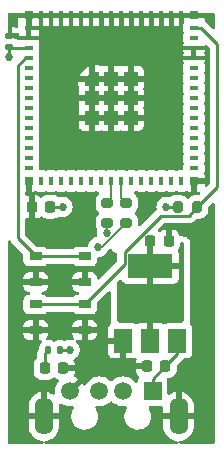
<source format=gbr>
%TF.GenerationSoftware,KiCad,Pcbnew,(6.0.7)*%
%TF.CreationDate,2023-02-05T00:26:33-08:00*%
%TF.ProjectId,ESP_Module,4553505f-4d6f-4647-956c-652e6b696361,rev?*%
%TF.SameCoordinates,Original*%
%TF.FileFunction,Copper,L1,Top*%
%TF.FilePolarity,Positive*%
%FSLAX46Y46*%
G04 Gerber Fmt 4.6, Leading zero omitted, Abs format (unit mm)*
G04 Created by KiCad (PCBNEW (6.0.7)) date 2023-02-05 00:26:33*
%MOMM*%
%LPD*%
G01*
G04 APERTURE LIST*
G04 Aperture macros list*
%AMRoundRect*
0 Rectangle with rounded corners*
0 $1 Rounding radius*
0 $2 $3 $4 $5 $6 $7 $8 $9 X,Y pos of 4 corners*
0 Add a 4 corners polygon primitive as box body*
4,1,4,$2,$3,$4,$5,$6,$7,$8,$9,$2,$3,0*
0 Add four circle primitives for the rounded corners*
1,1,$1+$1,$2,$3*
1,1,$1+$1,$4,$5*
1,1,$1+$1,$6,$7*
1,1,$1+$1,$8,$9*
0 Add four rect primitives between the rounded corners*
20,1,$1+$1,$2,$3,$4,$5,0*
20,1,$1+$1,$4,$5,$6,$7,0*
20,1,$1+$1,$6,$7,$8,$9,0*
20,1,$1+$1,$8,$9,$2,$3,0*%
%AMFreePoly0*
4,1,15,0.000002,0.605000,0.600000,0.605000,0.603536,0.603536,0.605000,0.600000,0.605000,-0.600000,0.603536,-0.603536,0.600000,-0.605000,-0.600000,-0.605000,-0.603536,-0.603536,-0.605000,-0.600000,-0.605001,0.000000,-0.603536,0.003536,-0.003536,0.603536,0.000000,0.605001,0.000002,0.605000,0.000002,0.605000,$1*%
G04 Aperture macros list end*
%TA.AperFunction,SMDPad,CuDef*%
%ADD10RoundRect,0.225000X0.225000X0.250000X-0.225000X0.250000X-0.225000X-0.250000X0.225000X-0.250000X0*%
%TD*%
%TA.AperFunction,SMDPad,CuDef*%
%ADD11RoundRect,0.225000X-0.225000X-0.250000X0.225000X-0.250000X0.225000X0.250000X-0.225000X0.250000X0*%
%TD*%
%TA.AperFunction,SMDPad,CuDef*%
%ADD12R,1.050000X0.650000*%
%TD*%
%TA.AperFunction,SMDPad,CuDef*%
%ADD13RoundRect,0.135000X0.135000X0.185000X-0.135000X0.185000X-0.135000X-0.185000X0.135000X-0.185000X0*%
%TD*%
%TA.AperFunction,SMDPad,CuDef*%
%ADD14RoundRect,0.200000X-0.275000X0.200000X-0.275000X-0.200000X0.275000X-0.200000X0.275000X0.200000X0*%
%TD*%
%TA.AperFunction,SMDPad,CuDef*%
%ADD15RoundRect,0.218750X0.218750X0.256250X-0.218750X0.256250X-0.218750X-0.256250X0.218750X-0.256250X0*%
%TD*%
%TA.AperFunction,SMDPad,CuDef*%
%ADD16R,0.800000X0.400000*%
%TD*%
%TA.AperFunction,SMDPad,CuDef*%
%ADD17R,0.400000X0.800000*%
%TD*%
%TA.AperFunction,SMDPad,CuDef*%
%ADD18R,1.200000X1.200000*%
%TD*%
%TA.AperFunction,SMDPad,CuDef*%
%ADD19FreePoly0,0.000000*%
%TD*%
%TA.AperFunction,SMDPad,CuDef*%
%ADD20R,0.800000X0.800000*%
%TD*%
%TA.AperFunction,SMDPad,CuDef*%
%ADD21RoundRect,0.140000X0.170000X-0.140000X0.170000X0.140000X-0.170000X0.140000X-0.170000X-0.140000X0*%
%TD*%
%TA.AperFunction,SMDPad,CuDef*%
%ADD22R,1.500000X2.000000*%
%TD*%
%TA.AperFunction,SMDPad,CuDef*%
%ADD23R,3.800000X2.000000*%
%TD*%
%TA.AperFunction,SMDPad,CuDef*%
%ADD24RoundRect,0.200000X-0.200000X-0.275000X0.200000X-0.275000X0.200000X0.275000X-0.200000X0.275000X0*%
%TD*%
%TA.AperFunction,ComponentPad*%
%ADD25R,1.508000X1.508000*%
%TD*%
%TA.AperFunction,ComponentPad*%
%ADD26C,1.508000*%
%TD*%
%TA.AperFunction,ComponentPad*%
%ADD27O,1.575000X3.150000*%
%TD*%
%TA.AperFunction,ViaPad*%
%ADD28C,0.685800*%
%TD*%
%TA.AperFunction,Conductor*%
%ADD29C,0.254000*%
%TD*%
%TA.AperFunction,Conductor*%
%ADD30C,0.508000*%
%TD*%
%TA.AperFunction,Conductor*%
%ADD31C,0.152400*%
%TD*%
G04 APERTURE END LIST*
D10*
%TO.P,C4,1*%
%TO.N,+3V3*%
X151575000Y-84900000D03*
%TO.P,C4,2*%
%TO.N,GND*%
X150025000Y-84900000D03*
%TD*%
%TO.P,C3,1*%
%TO.N,+5V*%
X161303000Y-98400000D03*
%TO.P,C3,2*%
%TO.N,GND*%
X159753000Y-98400000D03*
%TD*%
D11*
%TO.P,C1,1*%
%TO.N,+3V3*%
X160025000Y-87800000D03*
%TO.P,C1,2*%
%TO.N,GND*%
X161575000Y-87800000D03*
%TD*%
D12*
%TO.P,SW1,1,A*%
%TO.N,MCU_EN*%
X150325000Y-93159000D03*
X154475000Y-93159000D03*
%TO.P,SW1,2,B*%
%TO.N,GND*%
X150325000Y-95309000D03*
X154475000Y-95309000D03*
%TD*%
%TO.P,SW2,1,A*%
%TO.N,MCU_BOOT*%
X150325000Y-89095000D03*
X154475000Y-89095000D03*
%TO.P,SW2,2,B*%
%TO.N,GND*%
X154475000Y-91245000D03*
X150325000Y-91245000D03*
%TD*%
D13*
%TO.P,R6,1*%
%TO.N,+3V3*%
X152402000Y-97028000D03*
%TO.P,R6,2*%
%TO.N,Net-(D1-Pad2)*%
X151382000Y-97028000D03*
%TD*%
D14*
%TO.P,R2,1*%
%TO.N,/MCU_D+*%
X158000000Y-84575000D03*
%TO.P,R2,2*%
%TO.N,USB_D+*%
X158000000Y-86225000D03*
%TD*%
%TO.P,R1,1*%
%TO.N,/MCU_D-*%
X156400000Y-84575000D03*
%TO.P,R1,2*%
%TO.N,USB_D-*%
X156400000Y-86225000D03*
%TD*%
D15*
%TO.P,D1,1,K*%
%TO.N,GND*%
X152679500Y-98552000D03*
%TO.P,D1,2,A*%
%TO.N,Net-(D1-Pad2)*%
X151104500Y-98552000D03*
%TD*%
D16*
%TO.P,U2,1,GND*%
%TO.N,GND*%
X149718000Y-69742000D03*
%TO.P,U2,2,GND*%
X149718000Y-70592000D03*
%TO.P,U2,3,3V3*%
%TO.N,+3V3*%
X149718000Y-71442000D03*
%TO.P,U2,4,IO0*%
%TO.N,MCU_BOOT*%
X149718000Y-72292000D03*
%TO.P,U2,5,IO1*%
%TO.N,unconnected-(U2-Pad5)*%
X149718000Y-73142000D03*
%TO.P,U2,6,IO2*%
%TO.N,unconnected-(U2-Pad6)*%
X149718000Y-73992000D03*
%TO.P,U2,7,IO3*%
%TO.N,unconnected-(U2-Pad7)*%
X149718000Y-74842000D03*
%TO.P,U2,8,IO4*%
%TO.N,unconnected-(U2-Pad8)*%
X149718000Y-75692000D03*
%TO.P,U2,9,IO5*%
%TO.N,unconnected-(U2-Pad9)*%
X149718000Y-76542000D03*
%TO.P,U2,10,IO6*%
%TO.N,unconnected-(U2-Pad10)*%
X149718000Y-77392000D03*
%TO.P,U2,11,IO7*%
%TO.N,unconnected-(U2-Pad11)*%
X149718000Y-78242000D03*
%TO.P,U2,12,IO8*%
%TO.N,unconnected-(U2-Pad12)*%
X149718000Y-79092000D03*
%TO.P,U2,13,IO9*%
%TO.N,unconnected-(U2-Pad13)*%
X149718000Y-79942000D03*
%TO.P,U2,14,IO10*%
%TO.N,unconnected-(U2-Pad14)*%
X149718000Y-80792000D03*
%TO.P,U2,15,IO11*%
%TO.N,unconnected-(U2-Pad15)*%
X149718000Y-81642000D03*
D17*
%TO.P,U2,16,IO12*%
%TO.N,unconnected-(U2-Pad16)*%
X150768000Y-82692000D03*
%TO.P,U2,17,IO13*%
%TO.N,unconnected-(U2-Pad17)*%
X151618000Y-82692000D03*
%TO.P,U2,18,IO14*%
%TO.N,unconnected-(U2-Pad18)*%
X152468000Y-82692000D03*
%TO.P,U2,19,IO15*%
%TO.N,unconnected-(U2-Pad19)*%
X153318000Y-82692000D03*
%TO.P,U2,20,IO16*%
%TO.N,unconnected-(U2-Pad20)*%
X154168000Y-82692000D03*
%TO.P,U2,21,IO17*%
%TO.N,unconnected-(U2-Pad21)*%
X155018000Y-82692000D03*
%TO.P,U2,22,IO18*%
%TO.N,unconnected-(U2-Pad22)*%
X155868000Y-82692000D03*
%TO.P,U2,23,IO19*%
%TO.N,/MCU_D-*%
X156718000Y-82692000D03*
%TO.P,U2,24,IO20*%
%TO.N,/MCU_D+*%
X157568000Y-82692000D03*
%TO.P,U2,25,IO21*%
%TO.N,unconnected-(U2-Pad25)*%
X158418000Y-82692000D03*
%TO.P,U2,26,IO26*%
%TO.N,unconnected-(U2-Pad26)*%
X159268000Y-82692000D03*
%TO.P,U2,27,IO47*%
%TO.N,unconnected-(U2-Pad27)*%
X160118000Y-82692000D03*
%TO.P,U2,28,IO33*%
%TO.N,unconnected-(U2-Pad28)*%
X160968000Y-82692000D03*
%TO.P,U2,29,IO34*%
%TO.N,unconnected-(U2-Pad29)*%
X161818000Y-82692000D03*
%TO.P,U2,30,IO48*%
%TO.N,unconnected-(U2-Pad30)*%
X162668000Y-82692000D03*
D16*
%TO.P,U2,31,IO35*%
%TO.N,unconnected-(U2-Pad31)*%
X163718000Y-81642000D03*
%TO.P,U2,32,IO36*%
%TO.N,unconnected-(U2-Pad32)*%
X163718000Y-80792000D03*
%TO.P,U2,33,IO37*%
%TO.N,unconnected-(U2-Pad33)*%
X163718000Y-79942000D03*
%TO.P,U2,34,IO38*%
%TO.N,unconnected-(U2-Pad34)*%
X163718000Y-79092000D03*
%TO.P,U2,35,IO39*%
%TO.N,unconnected-(U2-Pad35)*%
X163718000Y-78242000D03*
%TO.P,U2,36,IO40*%
%TO.N,unconnected-(U2-Pad36)*%
X163718000Y-77392000D03*
%TO.P,U2,37,IO41*%
%TO.N,unconnected-(U2-Pad37)*%
X163718000Y-76542000D03*
%TO.P,U2,38,IO42*%
%TO.N,unconnected-(U2-Pad38)*%
X163718000Y-75692000D03*
%TO.P,U2,39,TXD0*%
%TO.N,unconnected-(U2-Pad39)*%
X163718000Y-74842000D03*
%TO.P,U2,40,RXD0*%
%TO.N,unconnected-(U2-Pad40)*%
X163718000Y-73992000D03*
%TO.P,U2,41,IO45*%
%TO.N,unconnected-(U2-Pad41)*%
X163718000Y-73142000D03*
%TO.P,U2,42,GND*%
%TO.N,GND*%
X163718000Y-72292000D03*
%TO.P,U2,43,GND*%
X163718000Y-71442000D03*
%TO.P,U2,44,IO46*%
%TO.N,unconnected-(U2-Pad44)*%
X163718000Y-70592000D03*
%TO.P,U2,45,EN*%
%TO.N,MCU_EN*%
X163718000Y-69742000D03*
D17*
%TO.P,U2,46,GND*%
%TO.N,GND*%
X162668000Y-68692000D03*
%TO.P,U2,47,GND*%
X161818000Y-68692000D03*
%TO.P,U2,48,GND*%
X160968000Y-68692000D03*
%TO.P,U2,49,GND*%
X160118000Y-68692000D03*
%TO.P,U2,50,GND*%
X159268000Y-68692000D03*
%TO.P,U2,51,GND*%
X158418000Y-68692000D03*
%TO.P,U2,52,GND*%
X157568000Y-68692000D03*
%TO.P,U2,53,GND*%
X156718000Y-68692000D03*
%TO.P,U2,54,GND*%
X155868000Y-68692000D03*
%TO.P,U2,55,GND*%
X155018000Y-68692000D03*
%TO.P,U2,56,GND*%
X154168000Y-68692000D03*
%TO.P,U2,57,GND*%
X153318000Y-68692000D03*
%TO.P,U2,58,GND*%
X152468000Y-68692000D03*
%TO.P,U2,59,GND*%
X151618000Y-68692000D03*
%TO.P,U2,60,GND*%
X150768000Y-68692000D03*
D18*
%TO.P,U2,61,GND*%
X156718000Y-75692000D03*
D19*
%TO.P,U2,61_1,GND*%
X155068000Y-74042000D03*
D18*
%TO.P,U2,61_2,GND*%
X156718000Y-74042000D03*
%TO.P,U2,61_3,GND*%
X158368000Y-74042000D03*
%TO.P,U2,61_4,GND*%
X158368000Y-75692000D03*
%TO.P,U2,61_5,GND*%
X158368000Y-77342000D03*
%TO.P,U2,61_6,GND*%
X156718000Y-77342000D03*
%TO.P,U2,61_7,GND*%
X155068000Y-77342000D03*
%TO.P,U2,61_8,GND*%
X155068000Y-75692000D03*
D20*
%TO.P,U2,62,GND*%
X149718000Y-68692000D03*
%TO.P,U2,63,GND*%
X149718000Y-82692000D03*
%TO.P,U2,64,GND*%
X163718000Y-82692000D03*
%TO.P,U2,65,GND*%
X163718000Y-68692000D03*
%TD*%
D21*
%TO.P,C2,2*%
%TO.N,GND*%
X148082000Y-70420000D03*
%TO.P,C2,1*%
%TO.N,+3V3*%
X148082000Y-71380000D03*
%TD*%
D22*
%TO.P,U1,1,GND*%
%TO.N,GND*%
X157720000Y-96222000D03*
D23*
%TO.P,U1,2,VO*%
%TO.N,+3V3*%
X160020000Y-89922000D03*
D22*
X160020000Y-96222000D03*
%TO.P,U1,3,VI*%
%TO.N,+5V*%
X162320000Y-96222000D03*
%TD*%
D24*
%TO.P,R3,1*%
%TO.N,+3V3*%
X162375000Y-84900000D03*
%TO.P,R3,2*%
%TO.N,MCU_EN*%
X164025000Y-84900000D03*
%TD*%
D25*
%TO.P,J1,1,VCC*%
%TO.N,+5V*%
X160218000Y-100516000D03*
D26*
%TO.P,J1,2,D-*%
%TO.N,USB_D-*%
X157718000Y-100516000D03*
%TO.P,J1,3,D+*%
%TO.N,USB_D+*%
X155718000Y-100516000D03*
%TO.P,J1,4,GND*%
%TO.N,GND*%
X153218000Y-100516000D03*
D27*
%TO.P,J1,S1,SHIELD*%
X162418000Y-102616000D03*
%TO.P,J1,S2,SHIELD*%
X151018000Y-102616000D03*
%TD*%
D28*
%TO.N,GND*%
X164500000Y-97400000D03*
X164500000Y-99400000D03*
X149000000Y-97400000D03*
X149000000Y-99400000D03*
%TO.N,+3V3*%
X148100000Y-72200000D03*
%TO.N,GND*%
X159600000Y-84600000D03*
%TO.N,+3V3*%
X152600000Y-84900000D03*
%TO.N,GND*%
X154500000Y-84900000D03*
X150500000Y-86800000D03*
%TO.N,+3V3*%
X161300000Y-91800000D03*
X160000000Y-93100000D03*
X161300000Y-93100000D03*
X153200000Y-97000000D03*
X158600000Y-91800000D03*
X161400000Y-84900000D03*
X160000000Y-91800000D03*
X158600000Y-93100000D03*
%TO.N,GND*%
X156700000Y-80000000D03*
X154500000Y-86800000D03*
X152500000Y-86800000D03*
X160700000Y-80000000D03*
X156700000Y-71000000D03*
X158700000Y-80000000D03*
X160700000Y-71000000D03*
X164500000Y-91300000D03*
X152700000Y-80000000D03*
X152700000Y-71000000D03*
X158700000Y-71000000D03*
X154700000Y-80000000D03*
X164500000Y-89300000D03*
X164500000Y-93300000D03*
X164500000Y-95300000D03*
X154700000Y-71000000D03*
%TO.N,USB_D+*%
X155600000Y-88300000D03*
%TO.N,USB_D-*%
X156376702Y-87076702D03*
%TD*%
D29*
%TO.N,+3V3*%
X148082000Y-72182000D02*
X148100000Y-72200000D01*
X148082000Y-71380000D02*
X148082000Y-72182000D01*
X149718000Y-71442000D02*
X148144000Y-71442000D01*
X148144000Y-71442000D02*
X148082000Y-71380000D01*
X151575000Y-84900000D02*
X152600000Y-84900000D01*
%TO.N,MCU_EN*%
X160971000Y-85629000D02*
X163296000Y-85629000D01*
X163296000Y-85629000D02*
X164025000Y-84900000D01*
X157866000Y-89768000D02*
X157866000Y-88734000D01*
X157866000Y-88734000D02*
X160971000Y-85629000D01*
X154475000Y-93159000D02*
X157866000Y-89768000D01*
%TO.N,+5V*%
X162320000Y-97383000D02*
X161303000Y-98400000D01*
X162320000Y-96222000D02*
X162320000Y-97383000D01*
X160218000Y-99485000D02*
X161303000Y-98400000D01*
X160218000Y-100516000D02*
X160218000Y-99485000D01*
%TO.N,+3V3*%
X162375000Y-84900000D02*
X161400000Y-84900000D01*
X152402000Y-97028000D02*
X153172000Y-97028000D01*
X153172000Y-97028000D02*
X153200000Y-97000000D01*
D30*
%TO.N,GND*%
X155068000Y-75692000D02*
X155068000Y-74042000D01*
D29*
X154475000Y-91245000D02*
X150325000Y-91245000D01*
D30*
X155068000Y-74042000D02*
X156718000Y-74042000D01*
D29*
X150325000Y-95309000D02*
X154475000Y-95309000D01*
D30*
X155068000Y-74042000D02*
X153542000Y-74042000D01*
X155068000Y-74042000D02*
X155068000Y-72318000D01*
D29*
%TO.N,Net-(D1-Pad2)*%
X151104500Y-98552000D02*
X151104500Y-97305500D01*
X151104500Y-97305500D02*
X151382000Y-97028000D01*
D31*
%TO.N,USB_D+*%
X155600000Y-88300000D02*
X155925000Y-88300000D01*
X155925000Y-88300000D02*
X158000000Y-86225000D01*
%TO.N,USB_D-*%
X156400000Y-87053404D02*
X156400000Y-86225000D01*
X156376702Y-87076702D02*
X156400000Y-87053404D01*
%TO.N,/MCU_D-*%
X156718000Y-84257000D02*
X156400000Y-84575000D01*
X156718000Y-82692000D02*
X156718000Y-84257000D01*
%TO.N,/MCU_D+*%
X157568000Y-82692000D02*
X157568000Y-84143000D01*
X157568000Y-84143000D02*
X158000000Y-84575000D01*
D29*
%TO.N,MCU_EN*%
X150325000Y-93159000D02*
X154475000Y-93159000D01*
X164294500Y-69742000D02*
X165700000Y-71147500D01*
X165700000Y-71147500D02*
X165700000Y-83225000D01*
X163718000Y-69742000D02*
X164294500Y-69742000D01*
X165700000Y-83225000D02*
X164025000Y-84900000D01*
%TO.N,MCU_BOOT*%
X150325000Y-89095000D02*
X154475000Y-89095000D01*
X149718000Y-72292000D02*
X149460000Y-72292000D01*
X149460000Y-72292000D02*
X148800000Y-72952000D01*
X148800000Y-87570000D02*
X150325000Y-89095000D01*
X148800000Y-72952000D02*
X148800000Y-87570000D01*
%TD*%
%TA.AperFunction,Conductor*%
%TO.N,GND*%
G36*
X165399033Y-84528868D02*
G01*
X165455868Y-84571415D01*
X165480679Y-84637935D01*
X165481000Y-84646924D01*
X165481000Y-104815500D01*
X165460998Y-104883621D01*
X165407342Y-104930114D01*
X165355000Y-104941500D01*
X162588658Y-104941500D01*
X162520537Y-104921498D01*
X162474044Y-104867842D01*
X162463940Y-104797568D01*
X162493434Y-104732988D01*
X162553160Y-104694604D01*
X162577676Y-104689979D01*
X162638341Y-104684671D01*
X162649136Y-104682768D01*
X162857470Y-104626945D01*
X162867762Y-104623199D01*
X163063243Y-104532045D01*
X163072729Y-104526567D01*
X163249401Y-104402861D01*
X163257808Y-104395807D01*
X163410307Y-104243308D01*
X163417361Y-104234901D01*
X163541067Y-104058229D01*
X163546545Y-104048743D01*
X163637699Y-103853262D01*
X163641445Y-103842970D01*
X163697268Y-103634636D01*
X163699171Y-103623841D01*
X163713262Y-103462791D01*
X163713500Y-103457327D01*
X163713500Y-102888115D01*
X163709025Y-102872876D01*
X163707635Y-102871671D01*
X163699952Y-102870000D01*
X161140615Y-102870000D01*
X161125376Y-102874475D01*
X161124171Y-102875865D01*
X161122500Y-102883548D01*
X161122500Y-103457327D01*
X161122738Y-103462791D01*
X161136829Y-103623841D01*
X161138732Y-103634636D01*
X161194555Y-103842970D01*
X161198301Y-103853262D01*
X161289455Y-104048743D01*
X161294933Y-104058229D01*
X161418639Y-104234901D01*
X161425693Y-104243308D01*
X161578190Y-104395805D01*
X161586598Y-104402861D01*
X161763266Y-104526565D01*
X161772762Y-104532048D01*
X161968238Y-104623199D01*
X161978530Y-104626945D01*
X162186864Y-104682768D01*
X162197659Y-104684671D01*
X162258324Y-104689979D01*
X162324442Y-104715843D01*
X162366081Y-104773346D01*
X162370022Y-104844233D01*
X162335013Y-104905998D01*
X162272168Y-104939030D01*
X162247342Y-104941500D01*
X151188658Y-104941500D01*
X151120537Y-104921498D01*
X151074044Y-104867842D01*
X151063940Y-104797568D01*
X151093434Y-104732988D01*
X151153160Y-104694604D01*
X151177676Y-104689979D01*
X151238341Y-104684671D01*
X151249136Y-104682768D01*
X151457470Y-104626945D01*
X151467762Y-104623199D01*
X151663243Y-104532045D01*
X151672729Y-104526567D01*
X151849401Y-104402861D01*
X151857808Y-104395807D01*
X152010307Y-104243308D01*
X152017361Y-104234901D01*
X152141067Y-104058229D01*
X152146545Y-104048743D01*
X152237699Y-103853262D01*
X152241445Y-103842970D01*
X152297268Y-103634636D01*
X152299171Y-103623841D01*
X152313262Y-103462791D01*
X152313500Y-103457327D01*
X152313500Y-102888115D01*
X152309025Y-102872876D01*
X152307635Y-102871671D01*
X152299952Y-102870000D01*
X149740615Y-102870000D01*
X149725376Y-102874475D01*
X149724171Y-102875865D01*
X149722500Y-102883548D01*
X149722500Y-103457327D01*
X149722738Y-103462791D01*
X149736829Y-103623841D01*
X149738732Y-103634636D01*
X149794555Y-103842970D01*
X149798301Y-103853262D01*
X149889455Y-104048743D01*
X149894933Y-104058229D01*
X150018639Y-104234901D01*
X150025693Y-104243308D01*
X150178190Y-104395805D01*
X150186598Y-104402861D01*
X150363266Y-104526565D01*
X150372762Y-104532048D01*
X150568238Y-104623199D01*
X150578530Y-104626945D01*
X150786864Y-104682768D01*
X150797659Y-104684671D01*
X150858324Y-104689979D01*
X150924442Y-104715843D01*
X150966081Y-104773346D01*
X150970022Y-104844233D01*
X150935013Y-104905998D01*
X150872168Y-104939030D01*
X150847342Y-104941500D01*
X148081000Y-104941500D01*
X148012879Y-104921498D01*
X147966386Y-104867842D01*
X147955000Y-104815500D01*
X147955000Y-102343885D01*
X149722500Y-102343885D01*
X149726975Y-102359124D01*
X149728365Y-102360329D01*
X149736048Y-102362000D01*
X150745885Y-102362000D01*
X150761124Y-102357525D01*
X150762329Y-102356135D01*
X150764000Y-102348452D01*
X150764000Y-100573474D01*
X150760027Y-100559943D01*
X150751478Y-100558714D01*
X150578530Y-100605055D01*
X150568238Y-100608801D01*
X150372757Y-100699955D01*
X150363271Y-100705433D01*
X150186599Y-100829139D01*
X150178192Y-100836193D01*
X150025693Y-100988692D01*
X150018639Y-100997099D01*
X149894933Y-101173771D01*
X149889455Y-101183257D01*
X149798301Y-101378738D01*
X149794555Y-101389030D01*
X149738732Y-101597364D01*
X149736829Y-101608159D01*
X149722738Y-101769209D01*
X149722500Y-101774673D01*
X149722500Y-102343885D01*
X147955000Y-102343885D01*
X147955000Y-95678669D01*
X149292001Y-95678669D01*
X149292371Y-95685490D01*
X149297895Y-95736352D01*
X149301521Y-95751604D01*
X149346676Y-95872054D01*
X149355214Y-95887649D01*
X149431715Y-95989724D01*
X149444276Y-96002285D01*
X149546351Y-96078786D01*
X149561946Y-96087324D01*
X149682394Y-96132478D01*
X149697649Y-96136105D01*
X149748514Y-96141631D01*
X149755328Y-96142000D01*
X150052885Y-96142000D01*
X150068124Y-96137525D01*
X150069329Y-96136135D01*
X150071000Y-96128452D01*
X150071000Y-95581115D01*
X150066525Y-95565876D01*
X150065135Y-95564671D01*
X150057452Y-95563000D01*
X149310116Y-95563000D01*
X149294877Y-95567475D01*
X149293672Y-95568865D01*
X149292001Y-95576548D01*
X149292001Y-95678669D01*
X147955000Y-95678669D01*
X147955000Y-95036885D01*
X149292000Y-95036885D01*
X149296475Y-95052124D01*
X149297865Y-95053329D01*
X149305548Y-95055000D01*
X150052885Y-95055000D01*
X150068124Y-95050525D01*
X150069329Y-95049135D01*
X150071000Y-95041452D01*
X150071000Y-95036885D01*
X150579000Y-95036885D01*
X150583475Y-95052124D01*
X150584865Y-95053329D01*
X150592548Y-95055000D01*
X151339884Y-95055000D01*
X151355123Y-95050525D01*
X151356328Y-95049135D01*
X151357999Y-95041452D01*
X151357999Y-95036885D01*
X153442000Y-95036885D01*
X153446475Y-95052124D01*
X153447865Y-95053329D01*
X153455548Y-95055000D01*
X154202885Y-95055000D01*
X154218124Y-95050525D01*
X154219329Y-95049135D01*
X154221000Y-95041452D01*
X154221000Y-95036885D01*
X154729000Y-95036885D01*
X154733475Y-95052124D01*
X154734865Y-95053329D01*
X154742548Y-95055000D01*
X155489884Y-95055000D01*
X155505123Y-95050525D01*
X155506328Y-95049135D01*
X155507999Y-95041452D01*
X155507999Y-94939331D01*
X155507629Y-94932510D01*
X155502105Y-94881648D01*
X155498479Y-94866396D01*
X155453324Y-94745946D01*
X155444786Y-94730351D01*
X155368285Y-94628276D01*
X155355724Y-94615715D01*
X155253649Y-94539214D01*
X155238054Y-94530676D01*
X155117606Y-94485522D01*
X155102351Y-94481895D01*
X155051486Y-94476369D01*
X155044672Y-94476000D01*
X154747115Y-94476000D01*
X154731876Y-94480475D01*
X154730671Y-94481865D01*
X154729000Y-94489548D01*
X154729000Y-95036885D01*
X154221000Y-95036885D01*
X154221000Y-94494116D01*
X154216525Y-94478877D01*
X154215135Y-94477672D01*
X154207452Y-94476001D01*
X153905331Y-94476001D01*
X153898510Y-94476371D01*
X153847648Y-94481895D01*
X153832396Y-94485521D01*
X153711946Y-94530676D01*
X153696351Y-94539214D01*
X153594276Y-94615715D01*
X153581715Y-94628276D01*
X153505214Y-94730351D01*
X153496676Y-94745946D01*
X153451522Y-94866394D01*
X153447895Y-94881649D01*
X153442369Y-94932514D01*
X153442000Y-94939328D01*
X153442000Y-95036885D01*
X151357999Y-95036885D01*
X151357999Y-94939331D01*
X151357629Y-94932510D01*
X151352105Y-94881648D01*
X151348479Y-94866396D01*
X151303324Y-94745946D01*
X151294786Y-94730351D01*
X151218285Y-94628276D01*
X151205724Y-94615715D01*
X151103649Y-94539214D01*
X151088054Y-94530676D01*
X150967606Y-94485522D01*
X150952351Y-94481895D01*
X150901486Y-94476369D01*
X150894672Y-94476000D01*
X150597115Y-94476000D01*
X150581876Y-94480475D01*
X150580671Y-94481865D01*
X150579000Y-94489548D01*
X150579000Y-95036885D01*
X150071000Y-95036885D01*
X150071000Y-94494116D01*
X150066525Y-94478877D01*
X150065135Y-94477672D01*
X150057452Y-94476001D01*
X149755331Y-94476001D01*
X149748510Y-94476371D01*
X149697648Y-94481895D01*
X149682396Y-94485521D01*
X149561946Y-94530676D01*
X149546351Y-94539214D01*
X149444276Y-94615715D01*
X149431715Y-94628276D01*
X149355214Y-94730351D01*
X149346676Y-94745946D01*
X149301522Y-94866394D01*
X149297895Y-94881649D01*
X149292369Y-94932514D01*
X149292000Y-94939328D01*
X149292000Y-95036885D01*
X147955000Y-95036885D01*
X147955000Y-90972885D01*
X149292000Y-90972885D01*
X149296475Y-90988124D01*
X149297865Y-90989329D01*
X149305548Y-90991000D01*
X150052885Y-90991000D01*
X150068124Y-90986525D01*
X150069329Y-90985135D01*
X150071000Y-90977452D01*
X150071000Y-90972885D01*
X150579000Y-90972885D01*
X150583475Y-90988124D01*
X150584865Y-90989329D01*
X150592548Y-90991000D01*
X151339884Y-90991000D01*
X151355123Y-90986525D01*
X151356328Y-90985135D01*
X151357999Y-90977452D01*
X151357999Y-90972885D01*
X153442000Y-90972885D01*
X153446475Y-90988124D01*
X153447865Y-90989329D01*
X153455548Y-90991000D01*
X154202885Y-90991000D01*
X154218124Y-90986525D01*
X154219329Y-90985135D01*
X154221000Y-90977452D01*
X154221000Y-90430116D01*
X154216525Y-90414877D01*
X154215135Y-90413672D01*
X154207452Y-90412001D01*
X153905331Y-90412001D01*
X153898510Y-90412371D01*
X153847648Y-90417895D01*
X153832396Y-90421521D01*
X153711946Y-90466676D01*
X153696351Y-90475214D01*
X153594276Y-90551715D01*
X153581715Y-90564276D01*
X153505214Y-90666351D01*
X153496676Y-90681946D01*
X153451522Y-90802394D01*
X153447895Y-90817649D01*
X153442369Y-90868514D01*
X153442000Y-90875328D01*
X153442000Y-90972885D01*
X151357999Y-90972885D01*
X151357999Y-90875331D01*
X151357629Y-90868510D01*
X151352105Y-90817648D01*
X151348479Y-90802396D01*
X151303324Y-90681946D01*
X151294786Y-90666351D01*
X151218285Y-90564276D01*
X151205724Y-90551715D01*
X151103649Y-90475214D01*
X151088054Y-90466676D01*
X150967606Y-90421522D01*
X150952351Y-90417895D01*
X150901486Y-90412369D01*
X150894672Y-90412000D01*
X150597115Y-90412000D01*
X150581876Y-90416475D01*
X150580671Y-90417865D01*
X150579000Y-90425548D01*
X150579000Y-90972885D01*
X150071000Y-90972885D01*
X150071000Y-90430116D01*
X150066525Y-90414877D01*
X150065135Y-90413672D01*
X150057452Y-90412001D01*
X149755331Y-90412001D01*
X149748510Y-90412371D01*
X149697648Y-90417895D01*
X149682396Y-90421521D01*
X149561946Y-90466676D01*
X149546351Y-90475214D01*
X149444276Y-90551715D01*
X149431715Y-90564276D01*
X149355214Y-90666351D01*
X149346676Y-90681946D01*
X149301522Y-90802394D01*
X149297895Y-90817649D01*
X149292369Y-90868514D01*
X149292000Y-90875328D01*
X149292000Y-90972885D01*
X147955000Y-90972885D01*
X147955000Y-87824664D01*
X147975002Y-87756543D01*
X148028658Y-87710050D01*
X148098932Y-87699946D01*
X148163512Y-87729440D01*
X148201997Y-87789512D01*
X148209917Y-87816775D01*
X148209919Y-87816780D01*
X148212131Y-87824393D01*
X148216169Y-87831220D01*
X148216170Y-87831223D01*
X148222488Y-87841906D01*
X148231188Y-87859664D01*
X148235761Y-87871215D01*
X148235765Y-87871221D01*
X148238681Y-87878588D01*
X148243339Y-87884999D01*
X148243340Y-87885001D01*
X148264764Y-87914488D01*
X148271281Y-87924410D01*
X148289826Y-87955768D01*
X148289829Y-87955772D01*
X148293866Y-87962598D01*
X148308250Y-87976982D01*
X148321091Y-87992016D01*
X148333058Y-88008487D01*
X148354228Y-88026000D01*
X148367250Y-88036773D01*
X148376031Y-88044763D01*
X149254596Y-88923329D01*
X149288621Y-88985641D01*
X149291500Y-89012424D01*
X149291500Y-89468134D01*
X149298255Y-89530316D01*
X149349385Y-89666705D01*
X149436739Y-89783261D01*
X149553295Y-89870615D01*
X149689684Y-89921745D01*
X149751866Y-89928500D01*
X150898134Y-89928500D01*
X150960316Y-89921745D01*
X151096705Y-89870615D01*
X151213261Y-89783261D01*
X151218642Y-89776081D01*
X151224992Y-89769731D01*
X151227131Y-89771870D01*
X151271855Y-89738423D01*
X151315830Y-89730500D01*
X153484170Y-89730500D01*
X153552291Y-89750502D01*
X153574018Y-89770721D01*
X153575008Y-89769731D01*
X153581358Y-89776081D01*
X153586739Y-89783261D01*
X153703295Y-89870615D01*
X153839684Y-89921745D01*
X153901866Y-89928500D01*
X155048134Y-89928500D01*
X155110316Y-89921745D01*
X155246705Y-89870615D01*
X155363261Y-89783261D01*
X155450615Y-89666705D01*
X155501745Y-89530316D01*
X155508500Y-89468134D01*
X155508500Y-89277400D01*
X155528502Y-89209279D01*
X155582158Y-89162786D01*
X155634500Y-89151400D01*
X155689486Y-89151400D01*
X155695939Y-89150028D01*
X155695943Y-89150028D01*
X155777016Y-89132795D01*
X155864546Y-89114190D01*
X155870577Y-89111505D01*
X156022015Y-89044081D01*
X156022017Y-89044080D01*
X156028045Y-89041396D01*
X156033387Y-89037515D01*
X156167492Y-88940082D01*
X156167494Y-88940080D01*
X156172836Y-88936199D01*
X156292591Y-88803197D01*
X156295890Y-88797484D01*
X156295893Y-88797479D01*
X156339243Y-88722394D01*
X156348398Y-88708692D01*
X156356301Y-88698392D01*
X156360521Y-88692892D01*
X156371388Y-88680502D01*
X156574129Y-88477761D01*
X156636441Y-88443735D01*
X156707256Y-88448800D01*
X156764092Y-88491347D01*
X156771860Y-88503026D01*
X156826343Y-88595754D01*
X156932886Y-88695806D01*
X156936572Y-88698389D01*
X156936576Y-88698392D01*
X156951276Y-88708692D01*
X156991030Y-88736547D01*
X157121456Y-88802533D01*
X157130320Y-88804171D01*
X157138856Y-88807053D01*
X157138172Y-88809080D01*
X157190754Y-88835684D01*
X157226719Y-88896897D01*
X157230500Y-88927533D01*
X157230500Y-89452577D01*
X157210498Y-89520698D01*
X157193595Y-89541672D01*
X155723094Y-91012173D01*
X155660782Y-91046199D01*
X155589967Y-91041134D01*
X155533131Y-90998587D01*
X155508320Y-90932067D01*
X155507999Y-90923078D01*
X155507999Y-90875331D01*
X155507629Y-90868510D01*
X155502105Y-90817648D01*
X155498479Y-90802396D01*
X155453324Y-90681946D01*
X155444786Y-90666351D01*
X155368285Y-90564276D01*
X155355724Y-90551715D01*
X155253649Y-90475214D01*
X155238054Y-90466676D01*
X155117606Y-90421522D01*
X155102351Y-90417895D01*
X155051486Y-90412369D01*
X155044672Y-90412000D01*
X154747115Y-90412000D01*
X154731876Y-90416475D01*
X154730671Y-90417865D01*
X154729000Y-90425548D01*
X154729000Y-91373000D01*
X154708998Y-91441121D01*
X154655342Y-91487614D01*
X154603000Y-91499000D01*
X153460116Y-91499000D01*
X153444877Y-91503475D01*
X153443672Y-91504865D01*
X153442001Y-91512548D01*
X153442001Y-91614669D01*
X153442371Y-91621490D01*
X153447895Y-91672352D01*
X153451521Y-91687604D01*
X153496676Y-91808054D01*
X153505214Y-91823649D01*
X153581715Y-91925724D01*
X153594276Y-91938285D01*
X153696351Y-92014786D01*
X153711946Y-92023324D01*
X153832394Y-92068478D01*
X153847648Y-92072105D01*
X153887962Y-92076485D01*
X153953524Y-92103727D01*
X153993949Y-92162091D01*
X153996404Y-92233045D01*
X153960109Y-92294063D01*
X153896586Y-92325771D01*
X153887966Y-92327010D01*
X153874172Y-92328508D01*
X153847541Y-92331401D01*
X153847537Y-92331402D01*
X153839684Y-92332255D01*
X153703295Y-92383385D01*
X153586739Y-92470739D01*
X153581358Y-92477919D01*
X153575008Y-92484269D01*
X153572869Y-92482130D01*
X153528145Y-92515577D01*
X153484170Y-92523500D01*
X151315830Y-92523500D01*
X151247709Y-92503498D01*
X151225982Y-92483279D01*
X151224992Y-92484269D01*
X151218642Y-92477919D01*
X151213261Y-92470739D01*
X151096705Y-92383385D01*
X150960316Y-92332255D01*
X150912034Y-92327010D01*
X150846472Y-92299768D01*
X150806046Y-92241405D01*
X150803591Y-92170451D01*
X150839886Y-92109433D01*
X150903408Y-92077724D01*
X150912036Y-92076484D01*
X150952353Y-92072105D01*
X150967604Y-92068479D01*
X151088054Y-92023324D01*
X151103649Y-92014786D01*
X151205724Y-91938285D01*
X151218285Y-91925724D01*
X151294786Y-91823649D01*
X151303324Y-91808054D01*
X151348478Y-91687606D01*
X151352105Y-91672351D01*
X151357631Y-91621486D01*
X151358000Y-91614672D01*
X151358000Y-91517115D01*
X151353525Y-91501876D01*
X151352135Y-91500671D01*
X151344452Y-91499000D01*
X149310116Y-91499000D01*
X149294877Y-91503475D01*
X149293672Y-91504865D01*
X149292001Y-91512548D01*
X149292001Y-91614669D01*
X149292371Y-91621490D01*
X149297895Y-91672352D01*
X149301521Y-91687604D01*
X149346676Y-91808054D01*
X149355214Y-91823649D01*
X149431715Y-91925724D01*
X149444276Y-91938285D01*
X149546351Y-92014786D01*
X149561946Y-92023324D01*
X149682394Y-92068478D01*
X149697648Y-92072105D01*
X149737962Y-92076485D01*
X149803524Y-92103727D01*
X149843949Y-92162091D01*
X149846404Y-92233045D01*
X149810109Y-92294063D01*
X149746586Y-92325771D01*
X149737966Y-92327010D01*
X149724172Y-92328508D01*
X149697541Y-92331401D01*
X149697537Y-92331402D01*
X149689684Y-92332255D01*
X149553295Y-92383385D01*
X149436739Y-92470739D01*
X149349385Y-92587295D01*
X149298255Y-92723684D01*
X149291500Y-92785866D01*
X149291500Y-93532134D01*
X149298255Y-93594316D01*
X149349385Y-93730705D01*
X149436739Y-93847261D01*
X149553295Y-93934615D01*
X149689684Y-93985745D01*
X149751866Y-93992500D01*
X150898134Y-93992500D01*
X150960316Y-93985745D01*
X151096705Y-93934615D01*
X151213261Y-93847261D01*
X151218642Y-93840081D01*
X151224992Y-93833731D01*
X151227131Y-93835870D01*
X151271855Y-93802423D01*
X151315830Y-93794500D01*
X153484170Y-93794500D01*
X153552291Y-93814502D01*
X153574018Y-93834721D01*
X153575008Y-93833731D01*
X153581358Y-93840081D01*
X153586739Y-93847261D01*
X153703295Y-93934615D01*
X153839684Y-93985745D01*
X153901866Y-93992500D01*
X155048134Y-93992500D01*
X155110316Y-93985745D01*
X155246705Y-93934615D01*
X155363261Y-93847261D01*
X155450615Y-93730705D01*
X155501745Y-93594316D01*
X155508500Y-93532134D01*
X155508500Y-93076422D01*
X155528502Y-93008301D01*
X155545405Y-92987327D01*
X156471405Y-92061327D01*
X156533717Y-92027301D01*
X156604532Y-92032366D01*
X156661368Y-92074913D01*
X156686179Y-92141433D01*
X156686500Y-92150422D01*
X156686500Y-94447810D01*
X156686592Y-94449522D01*
X156688737Y-94489548D01*
X156689441Y-94502692D01*
X156692320Y-94529475D01*
X156692588Y-94531132D01*
X156692590Y-94531143D01*
X156700125Y-94577640D01*
X156700126Y-94577645D01*
X156701116Y-94583752D01*
X156703278Y-94589549D01*
X156703279Y-94589552D01*
X156727895Y-94655547D01*
X156732961Y-94726363D01*
X156698936Y-94788676D01*
X156685405Y-94800407D01*
X156614276Y-94853715D01*
X156601715Y-94866276D01*
X156525214Y-94968351D01*
X156516676Y-94983946D01*
X156471522Y-95104394D01*
X156467895Y-95119649D01*
X156462369Y-95170514D01*
X156462000Y-95177328D01*
X156462000Y-95949885D01*
X156466475Y-95965124D01*
X156467865Y-95966329D01*
X156475548Y-95968000D01*
X157848000Y-95968000D01*
X157916121Y-95988002D01*
X157962614Y-96041658D01*
X157974000Y-96094000D01*
X157974000Y-97711884D01*
X157978475Y-97727123D01*
X157979865Y-97728328D01*
X157987548Y-97729999D01*
X158514669Y-97729999D01*
X158521490Y-97729629D01*
X158572352Y-97724105D01*
X158587606Y-97720478D01*
X158695540Y-97680016D01*
X158766347Y-97674833D01*
X158828716Y-97708754D01*
X158862845Y-97771009D01*
X158858180Y-97837789D01*
X158859154Y-97838112D01*
X158807509Y-97993814D01*
X158804642Y-98007190D01*
X158795328Y-98098097D01*
X158795000Y-98104514D01*
X158795000Y-98127885D01*
X158799475Y-98143124D01*
X158800865Y-98144329D01*
X158808548Y-98146000D01*
X159881000Y-98146000D01*
X159949121Y-98166002D01*
X159995614Y-98219658D01*
X160007000Y-98272000D01*
X160007000Y-98528000D01*
X159986998Y-98596121D01*
X159933342Y-98642614D01*
X159881000Y-98654000D01*
X158813115Y-98654000D01*
X158797876Y-98658475D01*
X158796671Y-98659865D01*
X158795000Y-98667548D01*
X158795000Y-98695438D01*
X158795337Y-98701953D01*
X158804894Y-98794057D01*
X158807788Y-98807456D01*
X158857381Y-98956107D01*
X158863555Y-98969286D01*
X158945788Y-99102173D01*
X158954824Y-99113574D01*
X159065426Y-99223983D01*
X159073475Y-99230340D01*
X159114536Y-99288258D01*
X159117767Y-99359181D01*
X159096207Y-99404786D01*
X159013385Y-99515295D01*
X158962255Y-99651684D01*
X158957061Y-99699499D01*
X158929820Y-99765061D01*
X158871457Y-99805488D01*
X158800503Y-99807944D01*
X158739485Y-99771649D01*
X158728585Y-99758162D01*
X158699961Y-99717283D01*
X158688826Y-99701380D01*
X158532620Y-99545174D01*
X158528112Y-99542017D01*
X158528109Y-99542015D01*
X158356171Y-99421623D01*
X158356168Y-99421621D01*
X158351662Y-99418466D01*
X158346680Y-99416143D01*
X158346675Y-99416140D01*
X158156432Y-99327429D01*
X158156431Y-99327429D01*
X158151450Y-99325106D01*
X158146142Y-99323684D01*
X158146140Y-99323683D01*
X158080748Y-99306161D01*
X157938068Y-99267930D01*
X157718000Y-99248677D01*
X157497932Y-99267930D01*
X157355252Y-99306161D01*
X157289860Y-99323683D01*
X157289858Y-99323684D01*
X157284550Y-99325106D01*
X157279569Y-99327428D01*
X157279568Y-99327429D01*
X157089320Y-99416143D01*
X157089317Y-99416145D01*
X157084339Y-99418466D01*
X156903380Y-99545174D01*
X156807095Y-99641459D01*
X156744783Y-99675485D01*
X156673968Y-99670420D01*
X156628905Y-99641459D01*
X156532620Y-99545174D01*
X156528112Y-99542017D01*
X156528109Y-99542015D01*
X156356171Y-99421623D01*
X156356168Y-99421621D01*
X156351662Y-99418466D01*
X156346680Y-99416143D01*
X156346675Y-99416140D01*
X156156432Y-99327429D01*
X156156431Y-99327429D01*
X156151450Y-99325106D01*
X156146142Y-99323684D01*
X156146140Y-99323683D01*
X156080748Y-99306161D01*
X155938068Y-99267930D01*
X155718000Y-99248677D01*
X155497932Y-99267930D01*
X155355252Y-99306161D01*
X155289860Y-99323683D01*
X155289858Y-99323684D01*
X155284550Y-99325106D01*
X155279569Y-99327428D01*
X155279568Y-99327429D01*
X155089320Y-99416143D01*
X155089317Y-99416145D01*
X155084339Y-99418466D01*
X154903380Y-99545174D01*
X154747174Y-99701380D01*
X154620466Y-99882339D01*
X154618145Y-99887317D01*
X154618143Y-99887320D01*
X154581919Y-99965003D01*
X154535002Y-100018288D01*
X154466724Y-100037749D01*
X154398764Y-100017207D01*
X154353529Y-99965003D01*
X154317424Y-99887575D01*
X154311945Y-99878085D01*
X154282461Y-99835978D01*
X154271985Y-99827604D01*
X154258537Y-99834673D01*
X153307095Y-100786115D01*
X153244783Y-100820141D01*
X153173968Y-100815076D01*
X153128905Y-100786115D01*
X152947885Y-100605095D01*
X152913859Y-100542783D01*
X152918924Y-100471968D01*
X152947885Y-100426905D01*
X153900049Y-99474741D01*
X153906479Y-99462966D01*
X153897183Y-99450951D01*
X153855919Y-99422058D01*
X153846424Y-99416575D01*
X153656260Y-99327901D01*
X153645968Y-99324155D01*
X153627475Y-99319200D01*
X153566852Y-99282248D01*
X153535831Y-99218388D01*
X153544259Y-99147893D01*
X153552827Y-99131376D01*
X153557552Y-99123711D01*
X153563697Y-99110532D01*
X153612579Y-98963157D01*
X153615445Y-98949790D01*
X153624672Y-98859730D01*
X153625000Y-98853315D01*
X153625000Y-98824115D01*
X153620525Y-98808876D01*
X153619135Y-98807671D01*
X153611452Y-98806000D01*
X152551500Y-98806000D01*
X152483379Y-98785998D01*
X152436886Y-98732342D01*
X152425500Y-98680000D01*
X152425500Y-98424000D01*
X152445502Y-98355879D01*
X152499158Y-98309386D01*
X152551500Y-98298000D01*
X153606885Y-98298000D01*
X153622124Y-98293525D01*
X153623329Y-98292135D01*
X153625000Y-98284452D01*
X153625000Y-98250734D01*
X153624663Y-98244218D01*
X153615196Y-98152979D01*
X153612303Y-98139583D01*
X153563170Y-97992313D01*
X153556996Y-97979134D01*
X153532942Y-97940263D01*
X153514104Y-97871811D01*
X153535265Y-97804041D01*
X153588836Y-97758854D01*
X153622010Y-97744084D01*
X153622018Y-97744079D01*
X153628045Y-97741396D01*
X153637837Y-97734282D01*
X153767492Y-97640082D01*
X153767494Y-97640080D01*
X153772836Y-97636199D01*
X153818701Y-97585261D01*
X153888172Y-97508105D01*
X153888173Y-97508104D01*
X153892591Y-97503197D01*
X153982077Y-97348203D01*
X154008569Y-97266669D01*
X156462001Y-97266669D01*
X156462371Y-97273490D01*
X156467895Y-97324352D01*
X156471521Y-97339604D01*
X156516676Y-97460054D01*
X156525214Y-97475649D01*
X156601715Y-97577724D01*
X156614276Y-97590285D01*
X156716351Y-97666786D01*
X156731946Y-97675324D01*
X156852394Y-97720478D01*
X156867649Y-97724105D01*
X156918514Y-97729631D01*
X156925328Y-97730000D01*
X157447885Y-97730000D01*
X157463124Y-97725525D01*
X157464329Y-97724135D01*
X157466000Y-97716452D01*
X157466000Y-96494115D01*
X157461525Y-96478876D01*
X157460135Y-96477671D01*
X157452452Y-96476000D01*
X156480116Y-96476000D01*
X156464877Y-96480475D01*
X156463672Y-96481865D01*
X156462001Y-96489548D01*
X156462001Y-97266669D01*
X154008569Y-97266669D01*
X154015426Y-97245565D01*
X154035342Y-97184270D01*
X154035342Y-97184269D01*
X154037382Y-97177991D01*
X154043528Y-97119522D01*
X154055400Y-97006565D01*
X154056090Y-97000000D01*
X154037382Y-96822009D01*
X154023889Y-96780480D01*
X153984119Y-96658082D01*
X153982077Y-96651797D01*
X153892591Y-96496803D01*
X153852503Y-96452280D01*
X153777256Y-96368710D01*
X153772836Y-96363801D01*
X153767496Y-96359921D01*
X153763720Y-96356521D01*
X153726483Y-96296073D01*
X153727837Y-96225090D01*
X153767353Y-96166107D01*
X153832485Y-96137851D01*
X153861643Y-96137625D01*
X153898517Y-96141631D01*
X153905328Y-96142000D01*
X154202885Y-96142000D01*
X154218124Y-96137525D01*
X154219329Y-96136135D01*
X154221000Y-96128452D01*
X154221000Y-96123884D01*
X154729000Y-96123884D01*
X154733475Y-96139123D01*
X154734865Y-96140328D01*
X154742548Y-96141999D01*
X155044669Y-96141999D01*
X155051490Y-96141629D01*
X155102352Y-96136105D01*
X155117604Y-96132479D01*
X155238054Y-96087324D01*
X155253649Y-96078786D01*
X155355724Y-96002285D01*
X155368285Y-95989724D01*
X155444786Y-95887649D01*
X155453324Y-95872054D01*
X155498478Y-95751606D01*
X155502105Y-95736351D01*
X155507631Y-95685486D01*
X155508000Y-95678672D01*
X155508000Y-95581115D01*
X155503525Y-95565876D01*
X155502135Y-95564671D01*
X155494452Y-95563000D01*
X154747115Y-95563000D01*
X154731876Y-95567475D01*
X154730671Y-95568865D01*
X154729000Y-95576548D01*
X154729000Y-96123884D01*
X154221000Y-96123884D01*
X154221000Y-95581115D01*
X154216525Y-95565876D01*
X154215135Y-95564671D01*
X154207452Y-95563000D01*
X153460116Y-95563000D01*
X153444877Y-95567475D01*
X153443672Y-95568865D01*
X153442001Y-95576548D01*
X153442001Y-95678669D01*
X153442371Y-95685490D01*
X153447895Y-95736352D01*
X153451521Y-95751604D01*
X153496676Y-95872054D01*
X153505214Y-95887648D01*
X153577418Y-95983990D01*
X153602266Y-96050496D01*
X153587213Y-96119879D01*
X153537039Y-96170109D01*
X153467673Y-96185239D01*
X153450395Y-96182802D01*
X153295943Y-96149972D01*
X153295939Y-96149972D01*
X153289486Y-96148600D01*
X153110514Y-96148600D01*
X153104061Y-96149972D01*
X153104057Y-96149972D01*
X153028150Y-96166107D01*
X152935454Y-96185810D01*
X152929424Y-96188495D01*
X152929423Y-96188495D01*
X152837796Y-96229290D01*
X152767429Y-96238724D01*
X152751399Y-96235181D01*
X152638466Y-96202371D01*
X152632059Y-96201867D01*
X152632055Y-96201866D01*
X152604444Y-96199693D01*
X152604438Y-96199693D01*
X152601989Y-96199500D01*
X152402122Y-96199500D01*
X152202012Y-96199501D01*
X152165534Y-96202371D01*
X152087335Y-96225090D01*
X152017017Y-96245519D01*
X152017015Y-96245520D01*
X152009404Y-96247731D01*
X152002579Y-96251767D01*
X152002575Y-96251769D01*
X151956139Y-96279231D01*
X151887323Y-96296691D01*
X151827861Y-96279231D01*
X151781425Y-96251769D01*
X151781421Y-96251767D01*
X151774596Y-96247731D01*
X151766985Y-96245520D01*
X151766983Y-96245519D01*
X151624644Y-96204166D01*
X151624645Y-96204166D01*
X151618466Y-96202371D01*
X151612059Y-96201867D01*
X151612055Y-96201866D01*
X151584444Y-96199693D01*
X151584438Y-96199693D01*
X151581989Y-96199500D01*
X151574573Y-96199500D01*
X151312697Y-96199501D01*
X151244578Y-96179499D01*
X151198085Y-96125844D01*
X151187980Y-96055570D01*
X151214295Y-95997947D01*
X151212904Y-95996904D01*
X151294786Y-95887649D01*
X151303324Y-95872054D01*
X151348478Y-95751606D01*
X151352105Y-95736351D01*
X151357631Y-95685486D01*
X151358000Y-95678672D01*
X151358000Y-95581115D01*
X151353525Y-95565876D01*
X151352135Y-95564671D01*
X151344452Y-95563000D01*
X150597115Y-95563000D01*
X150581876Y-95567475D01*
X150580671Y-95568865D01*
X150579000Y-95576548D01*
X150579000Y-96123884D01*
X150583475Y-96139123D01*
X150584865Y-96140328D01*
X150592548Y-96141999D01*
X150733764Y-96141999D01*
X150801885Y-96162001D01*
X150848378Y-96215657D01*
X150858482Y-96285931D01*
X150828988Y-96350511D01*
X150822859Y-96357094D01*
X150734494Y-96445459D01*
X150651731Y-96585404D01*
X150606371Y-96741534D01*
X150603500Y-96778011D01*
X150603500Y-96866046D01*
X150583539Y-96927483D01*
X150586284Y-96928992D01*
X150576478Y-96946829D01*
X150565627Y-96963347D01*
X150553150Y-96979433D01*
X150535524Y-97020166D01*
X150530307Y-97030814D01*
X150508931Y-97069697D01*
X150506960Y-97077372D01*
X150506958Y-97077378D01*
X150503869Y-97089411D01*
X150497466Y-97108113D01*
X150489383Y-97126792D01*
X150488144Y-97134617D01*
X150482440Y-97170627D01*
X150480035Y-97182240D01*
X150469000Y-97225218D01*
X150469000Y-97245565D01*
X150467449Y-97265276D01*
X150464265Y-97285379D01*
X150465011Y-97293271D01*
X150468441Y-97329556D01*
X150469000Y-97341414D01*
X150469000Y-97631938D01*
X150448998Y-97700059D01*
X150430023Y-97721009D01*
X150430945Y-97721929D01*
X150311136Y-97841947D01*
X150222151Y-97986308D01*
X150168762Y-98147269D01*
X150158500Y-98247428D01*
X150158500Y-98856572D01*
X150169022Y-98957982D01*
X150222692Y-99118849D01*
X150311929Y-99263055D01*
X150431947Y-99382864D01*
X150576308Y-99471849D01*
X150583256Y-99474154D01*
X150583257Y-99474154D01*
X150730738Y-99523072D01*
X150730740Y-99523072D01*
X150737269Y-99525238D01*
X150837428Y-99535500D01*
X151371572Y-99535500D01*
X151374818Y-99535163D01*
X151374822Y-99535163D01*
X151408603Y-99531658D01*
X151472982Y-99524978D01*
X151633849Y-99471308D01*
X151778055Y-99382071D01*
X151803241Y-99356841D01*
X151865523Y-99322762D01*
X151936343Y-99327765D01*
X151981432Y-99356686D01*
X152002080Y-99377298D01*
X152013491Y-99386310D01*
X152145291Y-99467553D01*
X152158467Y-99473696D01*
X152202759Y-99488388D01*
X152261119Y-99528819D01*
X152288355Y-99594384D01*
X152275821Y-99664265D01*
X152254801Y-99693446D01*
X152254985Y-99693600D01*
X152252900Y-99696085D01*
X152252186Y-99697076D01*
X152251454Y-99697808D01*
X152244400Y-99706215D01*
X152124056Y-99878085D01*
X152118578Y-99887571D01*
X152029901Y-100077740D01*
X152026155Y-100088032D01*
X151971849Y-100290704D01*
X151969946Y-100301499D01*
X151951658Y-100510525D01*
X151951658Y-100521486D01*
X151963454Y-100656309D01*
X151949466Y-100725914D01*
X151900067Y-100776906D01*
X151830941Y-100793097D01*
X151765664Y-100770505D01*
X151672731Y-100705434D01*
X151663238Y-100699952D01*
X151467762Y-100608801D01*
X151457470Y-100605055D01*
X151289497Y-100560047D01*
X151275401Y-100560383D01*
X151272000Y-100568325D01*
X151272000Y-102343885D01*
X151276475Y-102359124D01*
X151277865Y-102360329D01*
X151285548Y-102362000D01*
X152295385Y-102362000D01*
X152310624Y-102357525D01*
X152311829Y-102356135D01*
X152313500Y-102348452D01*
X152313500Y-101774673D01*
X152313261Y-101769187D01*
X152304557Y-101669708D01*
X152318545Y-101600103D01*
X152367944Y-101549111D01*
X152437070Y-101532920D01*
X152502348Y-101555513D01*
X152580081Y-101609942D01*
X152589576Y-101615425D01*
X152779740Y-101704099D01*
X152790032Y-101707845D01*
X152992704Y-101762151D01*
X153003499Y-101764054D01*
X153212525Y-101782342D01*
X153223475Y-101782342D01*
X153421792Y-101764991D01*
X153491397Y-101778980D01*
X153542389Y-101828379D01*
X153558580Y-101897505D01*
X153538903Y-101953565D01*
X153541002Y-101954779D01*
X153432693Y-102141999D01*
X153361740Y-102346323D01*
X153330703Y-102560377D01*
X153340704Y-102776438D01*
X153342108Y-102782263D01*
X153342108Y-102782264D01*
X153363253Y-102870000D01*
X153391380Y-102986710D01*
X153480903Y-103183606D01*
X153606043Y-103360021D01*
X153762285Y-103509590D01*
X153767320Y-103512841D01*
X153938954Y-103623664D01*
X153938957Y-103623665D01*
X153943991Y-103626916D01*
X154144604Y-103707766D01*
X154150485Y-103708914D01*
X154150490Y-103708916D01*
X154352441Y-103748354D01*
X154352444Y-103748354D01*
X154356887Y-103749222D01*
X154362571Y-103749500D01*
X154522041Y-103749500D01*
X154683315Y-103734113D01*
X154890860Y-103673226D01*
X154965787Y-103634636D01*
X155077817Y-103576937D01*
X155077820Y-103576935D01*
X155083148Y-103574191D01*
X155170666Y-103505445D01*
X155248522Y-103444289D01*
X155248527Y-103444285D01*
X155253239Y-103440583D01*
X155257171Y-103436052D01*
X155391067Y-103281752D01*
X155391071Y-103281747D01*
X155394998Y-103277221D01*
X155503307Y-103090001D01*
X155574260Y-102885677D01*
X155576533Y-102870000D01*
X155604436Y-102677563D01*
X155604436Y-102677560D01*
X155605297Y-102671623D01*
X155595296Y-102455562D01*
X155544620Y-102245290D01*
X155455097Y-102048394D01*
X155394822Y-101963422D01*
X155371724Y-101896288D01*
X155388588Y-101827323D01*
X155440060Y-101778424D01*
X155508573Y-101765001D01*
X155712525Y-101782844D01*
X155718000Y-101783323D01*
X155938068Y-101764070D01*
X156100243Y-101720615D01*
X156146140Y-101708317D01*
X156146142Y-101708316D01*
X156151450Y-101706894D01*
X156157444Y-101704099D01*
X156346675Y-101615860D01*
X156346680Y-101615857D01*
X156351662Y-101613534D01*
X156356792Y-101609942D01*
X156528109Y-101489985D01*
X156528112Y-101489983D01*
X156532620Y-101486826D01*
X156628905Y-101390541D01*
X156691217Y-101356515D01*
X156762032Y-101361580D01*
X156807095Y-101390541D01*
X156903380Y-101486826D01*
X156907888Y-101489983D01*
X156907891Y-101489985D01*
X157079208Y-101609942D01*
X157084338Y-101613534D01*
X157089320Y-101615857D01*
X157089325Y-101615860D01*
X157278556Y-101704099D01*
X157284550Y-101706894D01*
X157289858Y-101708316D01*
X157289860Y-101708317D01*
X157335757Y-101720615D01*
X157497932Y-101764070D01*
X157718000Y-101783323D01*
X157921411Y-101765527D01*
X157991014Y-101779516D01*
X158042007Y-101828916D01*
X158058197Y-101898042D01*
X158038759Y-101953481D01*
X158041002Y-101954779D01*
X157932693Y-102141999D01*
X157861740Y-102346323D01*
X157830703Y-102560377D01*
X157840704Y-102776438D01*
X157842108Y-102782263D01*
X157842108Y-102782264D01*
X157863253Y-102870000D01*
X157891380Y-102986710D01*
X157980903Y-103183606D01*
X158106043Y-103360021D01*
X158262285Y-103509590D01*
X158267320Y-103512841D01*
X158438954Y-103623664D01*
X158438957Y-103623665D01*
X158443991Y-103626916D01*
X158644604Y-103707766D01*
X158650485Y-103708914D01*
X158650490Y-103708916D01*
X158852441Y-103748354D01*
X158852444Y-103748354D01*
X158856887Y-103749222D01*
X158862571Y-103749500D01*
X159022041Y-103749500D01*
X159183315Y-103734113D01*
X159390860Y-103673226D01*
X159465787Y-103634636D01*
X159577817Y-103576937D01*
X159577820Y-103576935D01*
X159583148Y-103574191D01*
X159670666Y-103505445D01*
X159748522Y-103444289D01*
X159748527Y-103444285D01*
X159753239Y-103440583D01*
X159757171Y-103436052D01*
X159891067Y-103281752D01*
X159891071Y-103281747D01*
X159894998Y-103277221D01*
X160003307Y-103090001D01*
X160074260Y-102885677D01*
X160076533Y-102870000D01*
X160104436Y-102677563D01*
X160104436Y-102677560D01*
X160105297Y-102671623D01*
X160095296Y-102455562D01*
X160044620Y-102245290D01*
X159955097Y-102048394D01*
X159904737Y-101977399D01*
X159881639Y-101910266D01*
X159898503Y-101841301D01*
X159949975Y-101792402D01*
X160007507Y-101778500D01*
X160996500Y-101778500D01*
X161064621Y-101798502D01*
X161111114Y-101852158D01*
X161122500Y-101904500D01*
X161122500Y-102343885D01*
X161126975Y-102359124D01*
X161128365Y-102360329D01*
X161136048Y-102362000D01*
X162145885Y-102362000D01*
X162161124Y-102357525D01*
X162162329Y-102356135D01*
X162164000Y-102348452D01*
X162164000Y-102343885D01*
X162672000Y-102343885D01*
X162676475Y-102359124D01*
X162677865Y-102360329D01*
X162685548Y-102362000D01*
X163695385Y-102362000D01*
X163710624Y-102357525D01*
X163711829Y-102356135D01*
X163713500Y-102348452D01*
X163713500Y-101774673D01*
X163713262Y-101769209D01*
X163699171Y-101608159D01*
X163697268Y-101597364D01*
X163641445Y-101389030D01*
X163637699Y-101378738D01*
X163546545Y-101183257D01*
X163541067Y-101173771D01*
X163417361Y-100997099D01*
X163410307Y-100988692D01*
X163257810Y-100836195D01*
X163249402Y-100829139D01*
X163072734Y-100705435D01*
X163063238Y-100699952D01*
X162867762Y-100608801D01*
X162857470Y-100605055D01*
X162689497Y-100560047D01*
X162675401Y-100560383D01*
X162672000Y-100568325D01*
X162672000Y-102343885D01*
X162164000Y-102343885D01*
X162164000Y-100573474D01*
X162160027Y-100559943D01*
X162151478Y-100558714D01*
X161978530Y-100605055D01*
X161968238Y-100608801D01*
X161772757Y-100699955D01*
X161763279Y-100705428D01*
X161678770Y-100764601D01*
X161611496Y-100787288D01*
X161542636Y-100770003D01*
X161494052Y-100718233D01*
X161480500Y-100661387D01*
X161480500Y-99713866D01*
X161473745Y-99651684D01*
X161470973Y-99644288D01*
X161470971Y-99644282D01*
X161437024Y-99553729D01*
X161431841Y-99482922D01*
X161465762Y-99420553D01*
X161528018Y-99386424D01*
X161555006Y-99383500D01*
X161576732Y-99383500D01*
X161579978Y-99383163D01*
X161579982Y-99383163D01*
X161614083Y-99379625D01*
X161679019Y-99372887D01*
X161727579Y-99356686D01*
X161834324Y-99321073D01*
X161834326Y-99321072D01*
X161841268Y-99318756D01*
X161853180Y-99311385D01*
X161980485Y-99232606D01*
X161986713Y-99228752D01*
X162107552Y-99107702D01*
X162197302Y-98962101D01*
X162251149Y-98799757D01*
X162261500Y-98698732D01*
X162261500Y-98392422D01*
X162281502Y-98324301D01*
X162298405Y-98303327D01*
X162713477Y-97888255D01*
X162721803Y-97880678D01*
X162728303Y-97876553D01*
X162775101Y-97826718D01*
X162777855Y-97823877D01*
X162797638Y-97804094D01*
X162800129Y-97800883D01*
X162807838Y-97791857D01*
X162828130Y-97770248D01*
X162889342Y-97734282D01*
X162919980Y-97730500D01*
X163118134Y-97730500D01*
X163180316Y-97723745D01*
X163316705Y-97672615D01*
X163433261Y-97585261D01*
X163520615Y-97468705D01*
X163571745Y-97332316D01*
X163578500Y-97270134D01*
X163578500Y-95173866D01*
X163571745Y-95111684D01*
X163520615Y-94975295D01*
X163433261Y-94858739D01*
X163401210Y-94834718D01*
X163358695Y-94777859D01*
X163353669Y-94707040D01*
X163362162Y-94681548D01*
X163370827Y-94662575D01*
X163370829Y-94662569D01*
X163372698Y-94658477D01*
X163392700Y-94590356D01*
X163393650Y-94583752D01*
X163412861Y-94450134D01*
X163412861Y-94450129D01*
X163413500Y-94445687D01*
X163413500Y-88026000D01*
X163413140Y-88022649D01*
X163402128Y-87920215D01*
X163402127Y-87920208D01*
X163401766Y-87916851D01*
X163394838Y-87885001D01*
X163391094Y-87867790D01*
X163391093Y-87867785D01*
X163390380Y-87864509D01*
X163355710Y-87760343D01*
X163276692Y-87637388D01*
X163253881Y-87611062D01*
X163233139Y-87587125D01*
X163230199Y-87583732D01*
X163160466Y-87523308D01*
X163126550Y-87493919D01*
X163126547Y-87493917D01*
X163119739Y-87488018D01*
X162986790Y-87427302D01*
X162963036Y-87420327D01*
X162922992Y-87408569D01*
X162922988Y-87408568D01*
X162918669Y-87407300D01*
X162914220Y-87406660D01*
X162914214Y-87406659D01*
X162778447Y-87387139D01*
X162778442Y-87387139D01*
X162774000Y-87386500D01*
X162659500Y-87386500D01*
X162623969Y-87390320D01*
X162554103Y-87377715D01*
X162502140Y-87329336D01*
X162490978Y-87304917D01*
X162470620Y-87243895D01*
X162464445Y-87230714D01*
X162382212Y-87097827D01*
X162373176Y-87086426D01*
X162262571Y-86976014D01*
X162251160Y-86967002D01*
X162118120Y-86884996D01*
X162104939Y-86878849D01*
X161956186Y-86829509D01*
X161942810Y-86826642D01*
X161851903Y-86817328D01*
X161846874Y-86817071D01*
X161831876Y-86821475D01*
X161830671Y-86822865D01*
X161829000Y-86830548D01*
X161829000Y-87928000D01*
X161808998Y-87996121D01*
X161755342Y-88042614D01*
X161703000Y-88054000D01*
X161447000Y-88054000D01*
X161378879Y-88033998D01*
X161332386Y-87980342D01*
X161321000Y-87928000D01*
X161321000Y-86835115D01*
X161316525Y-86819876D01*
X161315135Y-86818671D01*
X161307452Y-86817000D01*
X161304562Y-86817000D01*
X161298047Y-86817337D01*
X161205943Y-86826894D01*
X161192544Y-86829788D01*
X161043893Y-86879381D01*
X161030714Y-86885555D01*
X160897827Y-86967788D01*
X160880689Y-86981371D01*
X160879159Y-86979441D01*
X160827120Y-87007903D01*
X160756301Y-87002887D01*
X160719389Y-86979205D01*
X160718634Y-86980162D01*
X160718035Y-86979689D01*
X160716276Y-86977208D01*
X160711232Y-86973972D01*
X160707700Y-86970446D01*
X160709911Y-86968231D01*
X160676969Y-86921774D01*
X160673732Y-86850852D01*
X160707026Y-86791707D01*
X161197328Y-86301405D01*
X161259640Y-86267379D01*
X161286423Y-86264500D01*
X163216980Y-86264500D01*
X163228214Y-86265030D01*
X163235719Y-86266708D01*
X163304012Y-86264562D01*
X163307969Y-86264500D01*
X163335983Y-86264500D01*
X163339908Y-86264004D01*
X163339909Y-86264004D01*
X163340004Y-86263992D01*
X163351849Y-86263059D01*
X163381670Y-86262122D01*
X163388282Y-86261914D01*
X163388283Y-86261914D01*
X163396205Y-86261665D01*
X163415749Y-86255987D01*
X163435112Y-86251977D01*
X163447440Y-86250420D01*
X163447442Y-86250420D01*
X163455299Y-86249427D01*
X163462663Y-86246511D01*
X163462668Y-86246510D01*
X163496556Y-86233093D01*
X163507785Y-86229248D01*
X163524465Y-86224402D01*
X163550393Y-86216869D01*
X163557220Y-86212831D01*
X163557223Y-86212830D01*
X163567906Y-86206512D01*
X163585664Y-86197812D01*
X163597215Y-86193239D01*
X163597221Y-86193235D01*
X163604588Y-86190319D01*
X163640491Y-86164234D01*
X163650410Y-86157719D01*
X163681768Y-86139174D01*
X163681772Y-86139171D01*
X163688598Y-86135134D01*
X163702982Y-86120750D01*
X163718016Y-86107909D01*
X163728073Y-86100602D01*
X163734487Y-86095942D01*
X163762773Y-86061750D01*
X163770763Y-86052969D01*
X163903329Y-85920404D01*
X163965641Y-85886379D01*
X163992424Y-85883500D01*
X164263762Y-85883499D01*
X164281634Y-85883499D01*
X164284492Y-85883236D01*
X164284501Y-85883236D01*
X164320004Y-85879974D01*
X164355062Y-85876753D01*
X164361441Y-85874754D01*
X164511450Y-85827744D01*
X164511452Y-85827743D01*
X164518699Y-85825472D01*
X164665381Y-85736639D01*
X164786639Y-85615381D01*
X164875472Y-85468699D01*
X164926753Y-85305062D01*
X164933500Y-85231635D01*
X164933499Y-84942423D01*
X164953501Y-84874304D01*
X164970404Y-84853328D01*
X165265905Y-84557828D01*
X165328217Y-84523803D01*
X165399033Y-84528868D01*
G37*
%TD.AperFunction*%
%TA.AperFunction,Conductor*%
G36*
X149914121Y-82458002D02*
G01*
X149960614Y-82511658D01*
X149972000Y-82564000D01*
X149972000Y-83581884D01*
X149976475Y-83597123D01*
X149977865Y-83598328D01*
X149985548Y-83599999D01*
X150162669Y-83599999D01*
X150169490Y-83599629D01*
X150220350Y-83594105D01*
X150235607Y-83590478D01*
X150298059Y-83567066D01*
X150368866Y-83561883D01*
X150386517Y-83567066D01*
X150450289Y-83590973D01*
X150450291Y-83590973D01*
X150457684Y-83593745D01*
X150465532Y-83594598D01*
X150465534Y-83594598D01*
X150515254Y-83599999D01*
X150519866Y-83600500D01*
X151016134Y-83600500D01*
X151020746Y-83599999D01*
X151070466Y-83594598D01*
X151070468Y-83594598D01*
X151078316Y-83593745D01*
X151085709Y-83590973D01*
X151085711Y-83590973D01*
X151148771Y-83567333D01*
X151219578Y-83562150D01*
X151237229Y-83567333D01*
X151300289Y-83590973D01*
X151300291Y-83590973D01*
X151307684Y-83593745D01*
X151315532Y-83594598D01*
X151315534Y-83594598D01*
X151365254Y-83599999D01*
X151369866Y-83600500D01*
X151866134Y-83600500D01*
X151870746Y-83599999D01*
X151920466Y-83594598D01*
X151920468Y-83594598D01*
X151928316Y-83593745D01*
X151935709Y-83590973D01*
X151935711Y-83590973D01*
X151998771Y-83567333D01*
X152069578Y-83562150D01*
X152087229Y-83567333D01*
X152150289Y-83590973D01*
X152150291Y-83590973D01*
X152157684Y-83593745D01*
X152165532Y-83594598D01*
X152165534Y-83594598D01*
X152215254Y-83599999D01*
X152219866Y-83600500D01*
X152716134Y-83600500D01*
X152720746Y-83599999D01*
X152770466Y-83594598D01*
X152770468Y-83594598D01*
X152778316Y-83593745D01*
X152785709Y-83590973D01*
X152785711Y-83590973D01*
X152848771Y-83567333D01*
X152919578Y-83562150D01*
X152937229Y-83567333D01*
X153000289Y-83590973D01*
X153000291Y-83590973D01*
X153007684Y-83593745D01*
X153015532Y-83594598D01*
X153015534Y-83594598D01*
X153065254Y-83599999D01*
X153069866Y-83600500D01*
X153566134Y-83600500D01*
X153570746Y-83599999D01*
X153620466Y-83594598D01*
X153620468Y-83594598D01*
X153628316Y-83593745D01*
X153635709Y-83590973D01*
X153635711Y-83590973D01*
X153698771Y-83567333D01*
X153769578Y-83562150D01*
X153787229Y-83567333D01*
X153850289Y-83590973D01*
X153850291Y-83590973D01*
X153857684Y-83593745D01*
X153865532Y-83594598D01*
X153865534Y-83594598D01*
X153915254Y-83599999D01*
X153919866Y-83600500D01*
X154416134Y-83600500D01*
X154420746Y-83599999D01*
X154470466Y-83594598D01*
X154470468Y-83594598D01*
X154478316Y-83593745D01*
X154485709Y-83590973D01*
X154485711Y-83590973D01*
X154548771Y-83567333D01*
X154619578Y-83562150D01*
X154637229Y-83567333D01*
X154700289Y-83590973D01*
X154700291Y-83590973D01*
X154707684Y-83593745D01*
X154715532Y-83594598D01*
X154715534Y-83594598D01*
X154765254Y-83599999D01*
X154769866Y-83600500D01*
X155266134Y-83600500D01*
X155270746Y-83599999D01*
X155320466Y-83594598D01*
X155320468Y-83594598D01*
X155328316Y-83593745D01*
X155335709Y-83590973D01*
X155335711Y-83590973D01*
X155398771Y-83567333D01*
X155469578Y-83562150D01*
X155487229Y-83567333D01*
X155550289Y-83590973D01*
X155550291Y-83590973D01*
X155557684Y-83593745D01*
X155565532Y-83594598D01*
X155565534Y-83594598D01*
X155608834Y-83599302D01*
X155674396Y-83626545D01*
X155714822Y-83684908D01*
X155717276Y-83755862D01*
X155684320Y-83813660D01*
X155563361Y-83934619D01*
X155474528Y-84081301D01*
X155423247Y-84244938D01*
X155416500Y-84318365D01*
X155416501Y-84831634D01*
X155416764Y-84834492D01*
X155416764Y-84834501D01*
X155418494Y-84853328D01*
X155423247Y-84905062D01*
X155425246Y-84911440D01*
X155425246Y-84911441D01*
X155434956Y-84942424D01*
X155474528Y-85068699D01*
X155563361Y-85215381D01*
X155658885Y-85310905D01*
X155692911Y-85373217D01*
X155687846Y-85444032D01*
X155658885Y-85489095D01*
X155563361Y-85584619D01*
X155474528Y-85731301D01*
X155423247Y-85894938D01*
X155416500Y-85968365D01*
X155416501Y-86481634D01*
X155416764Y-86484492D01*
X155416764Y-86484501D01*
X155418434Y-86502673D01*
X155423247Y-86555062D01*
X155474528Y-86718699D01*
X155478462Y-86725195D01*
X155478463Y-86725197D01*
X155525489Y-86802847D01*
X155543668Y-86871477D01*
X155541081Y-86893290D01*
X155539320Y-86898711D01*
X155520612Y-87076702D01*
X155521302Y-87083267D01*
X155534324Y-87207156D01*
X155539320Y-87254693D01*
X155541360Y-87260971D01*
X155541360Y-87260972D01*
X155553150Y-87297257D01*
X155555178Y-87368224D01*
X155518515Y-87429022D01*
X155459514Y-87459440D01*
X155410241Y-87469914D01*
X155335454Y-87485810D01*
X155329424Y-87488495D01*
X155329423Y-87488495D01*
X155177985Y-87555919D01*
X155177983Y-87555920D01*
X155171955Y-87558604D01*
X155166614Y-87562484D01*
X155166613Y-87562485D01*
X155058313Y-87641170D01*
X155027164Y-87663801D01*
X155022743Y-87668711D01*
X155022742Y-87668712D01*
X154940238Y-87760343D01*
X154907409Y-87796803D01*
X154817923Y-87951797D01*
X154762618Y-88122009D01*
X154761928Y-88128574D01*
X154759816Y-88148669D01*
X154732804Y-88214326D01*
X154674582Y-88254957D01*
X154634506Y-88261500D01*
X153901866Y-88261500D01*
X153839684Y-88268255D01*
X153703295Y-88319385D01*
X153586739Y-88406739D01*
X153581358Y-88413919D01*
X153575008Y-88420269D01*
X153572869Y-88418130D01*
X153528145Y-88451577D01*
X153484170Y-88459500D01*
X151315830Y-88459500D01*
X151247709Y-88439498D01*
X151225982Y-88419279D01*
X151224992Y-88420269D01*
X151218642Y-88413919D01*
X151213261Y-88406739D01*
X151096705Y-88319385D01*
X150960316Y-88268255D01*
X150898134Y-88261500D01*
X150442423Y-88261500D01*
X150374302Y-88241498D01*
X150353328Y-88224595D01*
X149472405Y-87343672D01*
X149438379Y-87281360D01*
X149435500Y-87254577D01*
X149435500Y-85975939D01*
X149455502Y-85907818D01*
X149509158Y-85861325D01*
X149579432Y-85851221D01*
X149601167Y-85856346D01*
X149643810Y-85870490D01*
X149657190Y-85873358D01*
X149748097Y-85882672D01*
X149753126Y-85882929D01*
X149768124Y-85878525D01*
X149769329Y-85877135D01*
X149771000Y-85869452D01*
X149771000Y-85864885D01*
X150279000Y-85864885D01*
X150283475Y-85880124D01*
X150284865Y-85881329D01*
X150292548Y-85883000D01*
X150295438Y-85883000D01*
X150301953Y-85882663D01*
X150394057Y-85873106D01*
X150407456Y-85870212D01*
X150556107Y-85820619D01*
X150569286Y-85814445D01*
X150702173Y-85732212D01*
X150719311Y-85718629D01*
X150720841Y-85720559D01*
X150772880Y-85692097D01*
X150843699Y-85697113D01*
X150880617Y-85720799D01*
X150881372Y-85719843D01*
X150887118Y-85724381D01*
X150892298Y-85729552D01*
X150898528Y-85733392D01*
X150898529Y-85733393D01*
X151030020Y-85814445D01*
X151037899Y-85819302D01*
X151200243Y-85873149D01*
X151207080Y-85873849D01*
X151207082Y-85873850D01*
X151241381Y-85877364D01*
X151301268Y-85883500D01*
X151848732Y-85883500D01*
X151851978Y-85883163D01*
X151851982Y-85883163D01*
X151886083Y-85879625D01*
X151951019Y-85872887D01*
X152000598Y-85856346D01*
X152106324Y-85821073D01*
X152106326Y-85821072D01*
X152113268Y-85818756D01*
X152252831Y-85732392D01*
X152321282Y-85713554D01*
X152345328Y-85716289D01*
X152385389Y-85724804D01*
X152504057Y-85750028D01*
X152504061Y-85750028D01*
X152510514Y-85751400D01*
X152689486Y-85751400D01*
X152695939Y-85750028D01*
X152695943Y-85750028D01*
X152784045Y-85731301D01*
X152864546Y-85714190D01*
X152914168Y-85692097D01*
X153022015Y-85644081D01*
X153022017Y-85644080D01*
X153028045Y-85641396D01*
X153063852Y-85615381D01*
X153167492Y-85540082D01*
X153167494Y-85540080D01*
X153172836Y-85536199D01*
X153177258Y-85531288D01*
X153288172Y-85408105D01*
X153288173Y-85408104D01*
X153292591Y-85403197D01*
X153382077Y-85248203D01*
X153437382Y-85077991D01*
X153454888Y-84911441D01*
X153455400Y-84906565D01*
X153456090Y-84900000D01*
X153453389Y-84874304D01*
X153438072Y-84728573D01*
X153438072Y-84728572D01*
X153437382Y-84722009D01*
X153382077Y-84551797D01*
X153292591Y-84396803D01*
X153243907Y-84342733D01*
X153177258Y-84268712D01*
X153177257Y-84268711D01*
X153172836Y-84263801D01*
X153156045Y-84251601D01*
X153033387Y-84162485D01*
X153033386Y-84162484D01*
X153028045Y-84158604D01*
X153022017Y-84155920D01*
X153022015Y-84155919D01*
X152870577Y-84088495D01*
X152870576Y-84088495D01*
X152864546Y-84085810D01*
X152776061Y-84067002D01*
X152695943Y-84049972D01*
X152695939Y-84049972D01*
X152689486Y-84048600D01*
X152510514Y-84048600D01*
X152504061Y-84049972D01*
X152504057Y-84049972D01*
X152345527Y-84083669D01*
X152274736Y-84078267D01*
X152253218Y-84067684D01*
X152112101Y-83980698D01*
X151949757Y-83926851D01*
X151942920Y-83926151D01*
X151942918Y-83926150D01*
X151901599Y-83921917D01*
X151848732Y-83916500D01*
X151301268Y-83916500D01*
X151298022Y-83916837D01*
X151298018Y-83916837D01*
X151268730Y-83919876D01*
X151198981Y-83927113D01*
X151190960Y-83929789D01*
X151043676Y-83978927D01*
X151043674Y-83978928D01*
X151036732Y-83981244D01*
X150891287Y-84071248D01*
X150886114Y-84076430D01*
X150880377Y-84080977D01*
X150878945Y-84079170D01*
X150826425Y-84107902D01*
X150755605Y-84102892D01*
X150719147Y-84079501D01*
X150718317Y-84080552D01*
X150701160Y-84067002D01*
X150568120Y-83984996D01*
X150554939Y-83978849D01*
X150406186Y-83929509D01*
X150392810Y-83926642D01*
X150301903Y-83917328D01*
X150296874Y-83917071D01*
X150281876Y-83921475D01*
X150280671Y-83922865D01*
X150279000Y-83930548D01*
X150279000Y-85864885D01*
X149771000Y-85864885D01*
X149771000Y-83935115D01*
X149766525Y-83919876D01*
X149765135Y-83918671D01*
X149757452Y-83917000D01*
X149754562Y-83917000D01*
X149748047Y-83917337D01*
X149655943Y-83926894D01*
X149642541Y-83929789D01*
X149601375Y-83943522D01*
X149530425Y-83946106D01*
X149469342Y-83909921D01*
X149437518Y-83846457D01*
X149435500Y-83823998D01*
X149435500Y-83672093D01*
X149455502Y-83603972D01*
X149462109Y-83595147D01*
X149464000Y-83586452D01*
X149464000Y-82564000D01*
X149484002Y-82495879D01*
X149537658Y-82449386D01*
X149590000Y-82438000D01*
X149846000Y-82438000D01*
X149914121Y-82458002D01*
G37*
%TD.AperFunction*%
%TA.AperFunction,Conductor*%
G36*
X150656258Y-68478502D02*
G01*
X150670649Y-68489275D01*
X150671865Y-68490329D01*
X150679548Y-68492000D01*
X162751885Y-68492000D01*
X162785485Y-68482134D01*
X162814318Y-68463604D01*
X162849817Y-68458500D01*
X165355000Y-68458500D01*
X165423121Y-68478502D01*
X165469614Y-68532158D01*
X165481000Y-68584500D01*
X165481000Y-69725577D01*
X165460998Y-69793698D01*
X165407342Y-69840191D01*
X165337068Y-69850295D01*
X165272488Y-69820801D01*
X165265905Y-69814672D01*
X164799750Y-69348517D01*
X164792174Y-69340191D01*
X164788053Y-69333697D01*
X164738234Y-69286914D01*
X164735393Y-69284160D01*
X164715594Y-69264361D01*
X164712469Y-69261937D01*
X164712460Y-69261929D01*
X164712374Y-69261863D01*
X164703349Y-69254155D01*
X164671006Y-69223783D01*
X164672160Y-69222554D01*
X164634584Y-69173824D01*
X164626000Y-69128112D01*
X164626000Y-68964115D01*
X164621525Y-68948876D01*
X164620135Y-68947671D01*
X164612452Y-68946000D01*
X162886115Y-68946000D01*
X162870876Y-68950475D01*
X162869671Y-68951865D01*
X162868000Y-68959548D01*
X162868000Y-69270812D01*
X162859982Y-69315041D01*
X162819029Y-69424282D01*
X162819027Y-69424288D01*
X162816255Y-69431684D01*
X162809500Y-69493866D01*
X162809500Y-69990134D01*
X162816255Y-70052316D01*
X162819027Y-70059709D01*
X162819027Y-70059711D01*
X162842667Y-70122771D01*
X162847850Y-70193578D01*
X162842667Y-70211229D01*
X162816255Y-70281684D01*
X162809500Y-70343866D01*
X162809500Y-70840134D01*
X162816255Y-70902316D01*
X162819027Y-70909709D01*
X162819027Y-70909711D01*
X162842934Y-70973483D01*
X162848117Y-71044290D01*
X162842934Y-71061941D01*
X162819520Y-71124398D01*
X162815895Y-71139643D01*
X162810369Y-71190514D01*
X162810000Y-71197328D01*
X162810000Y-71223885D01*
X162814475Y-71239124D01*
X162815865Y-71240329D01*
X162823548Y-71242000D01*
X163046812Y-71242000D01*
X163091041Y-71250018D01*
X163200282Y-71290971D01*
X163200288Y-71290973D01*
X163207684Y-71293745D01*
X163269866Y-71300500D01*
X164166134Y-71300500D01*
X164228316Y-71293745D01*
X164235712Y-71290973D01*
X164235718Y-71290971D01*
X164344959Y-71250018D01*
X164389188Y-71242000D01*
X164607884Y-71242000D01*
X164623123Y-71237525D01*
X164630860Y-71228597D01*
X164656752Y-71181177D01*
X164719064Y-71147151D01*
X164789880Y-71152215D01*
X164834944Y-71181176D01*
X165027595Y-71373827D01*
X165061621Y-71436139D01*
X165064500Y-71462922D01*
X165064500Y-82909577D01*
X165044498Y-82977698D01*
X165027595Y-82998672D01*
X164841095Y-83185172D01*
X164778783Y-83219198D01*
X164707968Y-83214133D01*
X164651132Y-83171586D01*
X164626321Y-83105066D01*
X164626000Y-83096077D01*
X164626000Y-82964115D01*
X164621525Y-82948876D01*
X164620135Y-82947671D01*
X164612452Y-82946000D01*
X163990115Y-82946000D01*
X163974876Y-82950475D01*
X163973671Y-82951865D01*
X163972000Y-82959548D01*
X163972000Y-83581884D01*
X163976475Y-83597123D01*
X163977865Y-83598328D01*
X163985548Y-83599999D01*
X164122078Y-83599999D01*
X164190199Y-83620001D01*
X164236692Y-83673657D01*
X164246796Y-83743931D01*
X164217302Y-83808511D01*
X164211173Y-83815094D01*
X164146672Y-83879595D01*
X164084360Y-83913621D01*
X164057577Y-83916500D01*
X163786238Y-83916501D01*
X163768366Y-83916501D01*
X163765508Y-83916764D01*
X163765499Y-83916764D01*
X163731630Y-83919876D01*
X163694938Y-83923247D01*
X163688560Y-83925246D01*
X163688559Y-83925246D01*
X163538550Y-83972256D01*
X163538548Y-83972257D01*
X163531301Y-83974528D01*
X163384619Y-84063361D01*
X163289095Y-84158885D01*
X163226783Y-84192911D01*
X163155968Y-84187846D01*
X163110905Y-84158885D01*
X163015381Y-84063361D01*
X162868699Y-83974528D01*
X162861452Y-83972257D01*
X162861450Y-83972256D01*
X162769759Y-83943522D01*
X162705062Y-83923247D01*
X162631635Y-83916500D01*
X162628737Y-83916500D01*
X162374335Y-83916501D01*
X162118366Y-83916501D01*
X162115508Y-83916764D01*
X162115499Y-83916764D01*
X162081630Y-83919876D01*
X162044938Y-83923247D01*
X162038560Y-83925246D01*
X162038559Y-83925246D01*
X161888550Y-83972256D01*
X161888548Y-83972257D01*
X161881301Y-83974528D01*
X161734619Y-84063361D01*
X161733297Y-84061178D01*
X161678720Y-84082942D01*
X161640713Y-84080744D01*
X161495943Y-84049972D01*
X161495939Y-84049972D01*
X161489486Y-84048600D01*
X161310514Y-84048600D01*
X161304061Y-84049972D01*
X161304057Y-84049972D01*
X161223939Y-84067002D01*
X161135454Y-84085810D01*
X161129424Y-84088495D01*
X161129423Y-84088495D01*
X160977985Y-84155919D01*
X160977983Y-84155920D01*
X160971955Y-84158604D01*
X160966614Y-84162484D01*
X160966613Y-84162485D01*
X160843956Y-84251601D01*
X160827164Y-84263801D01*
X160822743Y-84268711D01*
X160822742Y-84268712D01*
X160756094Y-84342733D01*
X160707409Y-84396803D01*
X160617923Y-84551797D01*
X160562618Y-84722009D01*
X160561928Y-84728572D01*
X160561928Y-84728573D01*
X160546611Y-84874304D01*
X160543910Y-84900000D01*
X160544600Y-84906565D01*
X160561548Y-85067811D01*
X160548776Y-85137650D01*
X160531297Y-85161052D01*
X160532513Y-85162058D01*
X160504223Y-85196255D01*
X160496233Y-85205035D01*
X159198595Y-86502673D01*
X159136283Y-86536699D01*
X159065468Y-86531634D01*
X159008632Y-86489087D01*
X158983821Y-86422567D01*
X158983500Y-86413578D01*
X158983499Y-85971249D01*
X158983499Y-85968366D01*
X158983234Y-85965474D01*
X158977364Y-85901592D01*
X158976753Y-85894938D01*
X158972111Y-85880124D01*
X158927744Y-85738550D01*
X158927743Y-85738548D01*
X158925472Y-85731301D01*
X158836639Y-85584619D01*
X158741115Y-85489095D01*
X158707089Y-85426783D01*
X158712154Y-85355968D01*
X158741115Y-85310905D01*
X158836639Y-85215381D01*
X158925472Y-85068699D01*
X158976753Y-84905062D01*
X158983500Y-84831635D01*
X158983499Y-84318366D01*
X158983234Y-84315474D01*
X158977364Y-84251592D01*
X158976753Y-84244938D01*
X158950914Y-84162485D01*
X158927744Y-84088550D01*
X158927743Y-84088548D01*
X158925472Y-84081301D01*
X158836639Y-83934619D01*
X158715381Y-83813361D01*
X158708886Y-83809427D01*
X158705581Y-83806836D01*
X158664317Y-83749062D01*
X158660839Y-83678151D01*
X158696251Y-83616616D01*
X158739101Y-83589702D01*
X158798772Y-83567333D01*
X158869579Y-83562150D01*
X158887229Y-83567333D01*
X158950289Y-83590973D01*
X158950291Y-83590973D01*
X158957684Y-83593745D01*
X158965532Y-83594598D01*
X158965534Y-83594598D01*
X159015254Y-83599999D01*
X159019866Y-83600500D01*
X159516134Y-83600500D01*
X159520746Y-83599999D01*
X159570466Y-83594598D01*
X159570468Y-83594598D01*
X159578316Y-83593745D01*
X159585709Y-83590973D01*
X159585711Y-83590973D01*
X159648771Y-83567333D01*
X159719578Y-83562150D01*
X159737229Y-83567333D01*
X159800289Y-83590973D01*
X159800291Y-83590973D01*
X159807684Y-83593745D01*
X159815532Y-83594598D01*
X159815534Y-83594598D01*
X159865254Y-83599999D01*
X159869866Y-83600500D01*
X160366134Y-83600500D01*
X160370746Y-83599999D01*
X160420466Y-83594598D01*
X160420468Y-83594598D01*
X160428316Y-83593745D01*
X160435709Y-83590973D01*
X160435711Y-83590973D01*
X160498771Y-83567333D01*
X160569578Y-83562150D01*
X160587229Y-83567333D01*
X160650289Y-83590973D01*
X160650291Y-83590973D01*
X160657684Y-83593745D01*
X160665532Y-83594598D01*
X160665534Y-83594598D01*
X160715254Y-83599999D01*
X160719866Y-83600500D01*
X161216134Y-83600500D01*
X161220746Y-83599999D01*
X161270466Y-83594598D01*
X161270468Y-83594598D01*
X161278316Y-83593745D01*
X161285709Y-83590973D01*
X161285711Y-83590973D01*
X161348771Y-83567333D01*
X161419578Y-83562150D01*
X161437229Y-83567333D01*
X161500289Y-83590973D01*
X161500291Y-83590973D01*
X161507684Y-83593745D01*
X161515532Y-83594598D01*
X161515534Y-83594598D01*
X161565254Y-83599999D01*
X161569866Y-83600500D01*
X162066134Y-83600500D01*
X162070746Y-83599999D01*
X162120466Y-83594598D01*
X162120468Y-83594598D01*
X162128316Y-83593745D01*
X162135709Y-83590973D01*
X162135711Y-83590973D01*
X162198771Y-83567333D01*
X162269578Y-83562150D01*
X162287229Y-83567333D01*
X162350289Y-83590973D01*
X162350291Y-83590973D01*
X162357684Y-83593745D01*
X162365532Y-83594598D01*
X162365534Y-83594598D01*
X162415254Y-83599999D01*
X162419866Y-83600500D01*
X162916134Y-83600500D01*
X162920746Y-83599999D01*
X162970466Y-83594598D01*
X162970468Y-83594598D01*
X162978316Y-83593745D01*
X162985709Y-83590973D01*
X162985711Y-83590973D01*
X163049483Y-83567066D01*
X163120290Y-83561883D01*
X163137941Y-83567066D01*
X163200398Y-83590480D01*
X163215643Y-83594105D01*
X163266514Y-83599631D01*
X163273328Y-83600000D01*
X163445885Y-83600000D01*
X163461124Y-83595525D01*
X163462329Y-83594135D01*
X163464000Y-83586452D01*
X163464000Y-82564000D01*
X163484002Y-82495879D01*
X163537658Y-82449386D01*
X163590000Y-82438000D01*
X164607884Y-82438000D01*
X164623123Y-82433525D01*
X164624328Y-82432135D01*
X164625999Y-82424452D01*
X164625999Y-82247331D01*
X164625629Y-82240510D01*
X164620105Y-82189650D01*
X164616478Y-82174393D01*
X164593066Y-82111941D01*
X164587883Y-82041134D01*
X164593066Y-82023483D01*
X164616973Y-81959711D01*
X164616973Y-81959709D01*
X164619745Y-81952316D01*
X164626500Y-81890134D01*
X164626500Y-81393866D01*
X164619745Y-81331684D01*
X164593333Y-81261229D01*
X164588150Y-81190422D01*
X164593333Y-81172771D01*
X164616973Y-81109711D01*
X164616973Y-81109709D01*
X164619745Y-81102316D01*
X164626500Y-81040134D01*
X164626500Y-80543866D01*
X164619745Y-80481684D01*
X164593333Y-80411229D01*
X164588150Y-80340422D01*
X164593333Y-80322771D01*
X164616973Y-80259711D01*
X164616973Y-80259709D01*
X164619745Y-80252316D01*
X164626500Y-80190134D01*
X164626500Y-79693866D01*
X164619745Y-79631684D01*
X164593333Y-79561229D01*
X164588150Y-79490422D01*
X164593333Y-79472771D01*
X164616973Y-79409711D01*
X164616973Y-79409709D01*
X164619745Y-79402316D01*
X164626500Y-79340134D01*
X164626500Y-78843866D01*
X164619745Y-78781684D01*
X164593333Y-78711229D01*
X164588150Y-78640422D01*
X164593333Y-78622771D01*
X164616973Y-78559711D01*
X164616973Y-78559709D01*
X164619745Y-78552316D01*
X164626500Y-78490134D01*
X164626500Y-77993866D01*
X164626131Y-77990469D01*
X164620598Y-77939534D01*
X164620598Y-77939532D01*
X164619745Y-77931684D01*
X164593333Y-77861229D01*
X164588150Y-77790422D01*
X164593333Y-77772771D01*
X164616973Y-77709711D01*
X164616973Y-77709709D01*
X164619745Y-77702316D01*
X164626500Y-77640134D01*
X164626500Y-77143866D01*
X164619745Y-77081684D01*
X164593333Y-77011229D01*
X164588150Y-76940422D01*
X164593333Y-76922771D01*
X164616973Y-76859711D01*
X164616973Y-76859709D01*
X164619745Y-76852316D01*
X164626500Y-76790134D01*
X164626500Y-76293866D01*
X164619745Y-76231684D01*
X164593333Y-76161229D01*
X164588150Y-76090422D01*
X164593333Y-76072771D01*
X164616973Y-76009711D01*
X164616973Y-76009709D01*
X164619745Y-76002316D01*
X164626500Y-75940134D01*
X164626500Y-75443866D01*
X164619745Y-75381684D01*
X164593333Y-75311229D01*
X164588150Y-75240422D01*
X164593333Y-75222771D01*
X164616973Y-75159711D01*
X164616973Y-75159709D01*
X164619745Y-75152316D01*
X164626500Y-75090134D01*
X164626500Y-74593866D01*
X164619745Y-74531684D01*
X164593333Y-74461229D01*
X164588150Y-74390422D01*
X164593333Y-74372771D01*
X164616973Y-74309711D01*
X164616973Y-74309709D01*
X164619745Y-74302316D01*
X164626500Y-74240134D01*
X164626500Y-73743866D01*
X164619745Y-73681684D01*
X164593333Y-73611229D01*
X164588150Y-73540422D01*
X164593333Y-73522771D01*
X164616973Y-73459711D01*
X164616973Y-73459709D01*
X164619745Y-73452316D01*
X164626500Y-73390134D01*
X164626500Y-72893866D01*
X164619745Y-72831684D01*
X164593066Y-72760517D01*
X164587883Y-72689710D01*
X164593066Y-72672059D01*
X164616480Y-72609602D01*
X164620105Y-72594357D01*
X164625631Y-72543486D01*
X164626000Y-72536672D01*
X164626000Y-72510115D01*
X164621525Y-72494876D01*
X164620135Y-72493671D01*
X164612452Y-72492000D01*
X164389188Y-72492000D01*
X164344959Y-72483982D01*
X164235718Y-72443029D01*
X164235712Y-72443027D01*
X164228316Y-72440255D01*
X164166134Y-72433500D01*
X163269866Y-72433500D01*
X163207684Y-72440255D01*
X163200288Y-72443027D01*
X163200282Y-72443029D01*
X163091041Y-72483982D01*
X163046812Y-72492000D01*
X162828116Y-72492000D01*
X162812877Y-72496475D01*
X162811672Y-72497865D01*
X162810001Y-72505548D01*
X162810001Y-72536669D01*
X162810371Y-72543490D01*
X162815895Y-72594350D01*
X162819522Y-72609607D01*
X162842934Y-72672059D01*
X162848117Y-72742866D01*
X162842934Y-72760517D01*
X162816255Y-72831684D01*
X162809500Y-72893866D01*
X162809500Y-73390134D01*
X162816255Y-73452316D01*
X162819027Y-73459709D01*
X162819027Y-73459711D01*
X162842667Y-73522771D01*
X162847850Y-73593578D01*
X162842667Y-73611229D01*
X162816255Y-73681684D01*
X162809500Y-73743866D01*
X162809500Y-74240134D01*
X162816255Y-74302316D01*
X162819027Y-74309709D01*
X162819027Y-74309711D01*
X162842667Y-74372771D01*
X162847850Y-74443578D01*
X162842667Y-74461229D01*
X162816255Y-74531684D01*
X162809500Y-74593866D01*
X162809500Y-75090134D01*
X162816255Y-75152316D01*
X162819027Y-75159709D01*
X162819027Y-75159711D01*
X162842667Y-75222771D01*
X162847850Y-75293578D01*
X162842667Y-75311229D01*
X162816255Y-75381684D01*
X162809500Y-75443866D01*
X162809500Y-75940134D01*
X162816255Y-76002316D01*
X162819027Y-76009709D01*
X162819027Y-76009711D01*
X162842667Y-76072771D01*
X162847850Y-76143578D01*
X162842667Y-76161229D01*
X162816255Y-76231684D01*
X162809500Y-76293866D01*
X162809500Y-76790134D01*
X162816255Y-76852316D01*
X162819027Y-76859709D01*
X162819027Y-76859711D01*
X162842667Y-76922771D01*
X162847850Y-76993578D01*
X162842667Y-77011229D01*
X162816255Y-77081684D01*
X162809500Y-77143866D01*
X162809500Y-77640134D01*
X162816255Y-77702316D01*
X162819027Y-77709709D01*
X162819027Y-77709711D01*
X162842667Y-77772771D01*
X162847850Y-77843578D01*
X162842667Y-77861229D01*
X162816255Y-77931684D01*
X162815402Y-77939532D01*
X162815402Y-77939534D01*
X162809869Y-77990469D01*
X162809500Y-77993866D01*
X162809500Y-78490134D01*
X162816255Y-78552316D01*
X162819027Y-78559709D01*
X162819027Y-78559711D01*
X162842667Y-78622771D01*
X162847850Y-78693578D01*
X162842667Y-78711229D01*
X162816255Y-78781684D01*
X162809500Y-78843866D01*
X162809500Y-79340134D01*
X162816255Y-79402316D01*
X162819027Y-79409709D01*
X162819027Y-79409711D01*
X162842667Y-79472771D01*
X162847850Y-79543578D01*
X162842667Y-79561229D01*
X162816255Y-79631684D01*
X162809500Y-79693866D01*
X162809500Y-80190134D01*
X162816255Y-80252316D01*
X162819027Y-80259709D01*
X162819027Y-80259711D01*
X162842667Y-80322771D01*
X162847850Y-80393578D01*
X162842667Y-80411229D01*
X162816255Y-80481684D01*
X162809500Y-80543866D01*
X162809500Y-81040134D01*
X162816255Y-81102316D01*
X162819027Y-81109709D01*
X162819027Y-81109711D01*
X162842667Y-81172771D01*
X162847850Y-81243578D01*
X162842667Y-81261229D01*
X162816255Y-81331684D01*
X162809500Y-81393866D01*
X162809500Y-81657500D01*
X162789498Y-81725621D01*
X162735842Y-81772114D01*
X162683500Y-81783500D01*
X162419866Y-81783500D01*
X162416469Y-81783869D01*
X162365534Y-81789402D01*
X162365532Y-81789402D01*
X162357684Y-81790255D01*
X162350291Y-81793027D01*
X162350289Y-81793027D01*
X162287229Y-81816667D01*
X162216422Y-81821850D01*
X162198771Y-81816667D01*
X162135711Y-81793027D01*
X162135709Y-81793027D01*
X162128316Y-81790255D01*
X162120468Y-81789402D01*
X162120466Y-81789402D01*
X162069531Y-81783869D01*
X162066134Y-81783500D01*
X161569866Y-81783500D01*
X161566469Y-81783869D01*
X161515534Y-81789402D01*
X161515532Y-81789402D01*
X161507684Y-81790255D01*
X161500291Y-81793027D01*
X161500289Y-81793027D01*
X161437229Y-81816667D01*
X161366422Y-81821850D01*
X161348771Y-81816667D01*
X161285711Y-81793027D01*
X161285709Y-81793027D01*
X161278316Y-81790255D01*
X161270468Y-81789402D01*
X161270466Y-81789402D01*
X161219531Y-81783869D01*
X161216134Y-81783500D01*
X160719866Y-81783500D01*
X160716469Y-81783869D01*
X160665534Y-81789402D01*
X160665532Y-81789402D01*
X160657684Y-81790255D01*
X160650291Y-81793027D01*
X160650289Y-81793027D01*
X160587229Y-81816667D01*
X160516422Y-81821850D01*
X160498771Y-81816667D01*
X160435711Y-81793027D01*
X160435709Y-81793027D01*
X160428316Y-81790255D01*
X160420468Y-81789402D01*
X160420466Y-81789402D01*
X160369531Y-81783869D01*
X160366134Y-81783500D01*
X159869866Y-81783500D01*
X159866469Y-81783869D01*
X159815534Y-81789402D01*
X159815532Y-81789402D01*
X159807684Y-81790255D01*
X159800291Y-81793027D01*
X159800289Y-81793027D01*
X159737229Y-81816667D01*
X159666422Y-81821850D01*
X159648771Y-81816667D01*
X159585711Y-81793027D01*
X159585709Y-81793027D01*
X159578316Y-81790255D01*
X159570468Y-81789402D01*
X159570466Y-81789402D01*
X159519531Y-81783869D01*
X159516134Y-81783500D01*
X159019866Y-81783500D01*
X159016469Y-81783869D01*
X158965534Y-81789402D01*
X158965532Y-81789402D01*
X158957684Y-81790255D01*
X158950291Y-81793027D01*
X158950289Y-81793027D01*
X158887229Y-81816667D01*
X158816422Y-81821850D01*
X158798771Y-81816667D01*
X158735711Y-81793027D01*
X158735709Y-81793027D01*
X158728316Y-81790255D01*
X158720468Y-81789402D01*
X158720466Y-81789402D01*
X158669531Y-81783869D01*
X158666134Y-81783500D01*
X158169866Y-81783500D01*
X158166469Y-81783869D01*
X158115534Y-81789402D01*
X158115532Y-81789402D01*
X158107684Y-81790255D01*
X158100291Y-81793027D01*
X158100289Y-81793027D01*
X158037229Y-81816667D01*
X157966422Y-81821850D01*
X157948771Y-81816667D01*
X157885711Y-81793027D01*
X157885709Y-81793027D01*
X157878316Y-81790255D01*
X157870468Y-81789402D01*
X157870466Y-81789402D01*
X157819531Y-81783869D01*
X157816134Y-81783500D01*
X157319866Y-81783500D01*
X157316469Y-81783869D01*
X157265534Y-81789402D01*
X157265532Y-81789402D01*
X157257684Y-81790255D01*
X157250291Y-81793027D01*
X157250289Y-81793027D01*
X157187229Y-81816667D01*
X157116422Y-81821850D01*
X157098771Y-81816667D01*
X157035711Y-81793027D01*
X157035709Y-81793027D01*
X157028316Y-81790255D01*
X157020468Y-81789402D01*
X157020466Y-81789402D01*
X156969531Y-81783869D01*
X156966134Y-81783500D01*
X156469866Y-81783500D01*
X156466469Y-81783869D01*
X156415534Y-81789402D01*
X156415532Y-81789402D01*
X156407684Y-81790255D01*
X156400291Y-81793027D01*
X156400289Y-81793027D01*
X156337229Y-81816667D01*
X156266422Y-81821850D01*
X156248771Y-81816667D01*
X156185711Y-81793027D01*
X156185709Y-81793027D01*
X156178316Y-81790255D01*
X156170468Y-81789402D01*
X156170466Y-81789402D01*
X156119531Y-81783869D01*
X156116134Y-81783500D01*
X155619866Y-81783500D01*
X155616469Y-81783869D01*
X155565534Y-81789402D01*
X155565532Y-81789402D01*
X155557684Y-81790255D01*
X155550291Y-81793027D01*
X155550289Y-81793027D01*
X155487229Y-81816667D01*
X155416422Y-81821850D01*
X155398771Y-81816667D01*
X155335711Y-81793027D01*
X155335709Y-81793027D01*
X155328316Y-81790255D01*
X155320468Y-81789402D01*
X155320466Y-81789402D01*
X155269531Y-81783869D01*
X155266134Y-81783500D01*
X154769866Y-81783500D01*
X154766469Y-81783869D01*
X154715534Y-81789402D01*
X154715532Y-81789402D01*
X154707684Y-81790255D01*
X154700291Y-81793027D01*
X154700289Y-81793027D01*
X154637229Y-81816667D01*
X154566422Y-81821850D01*
X154548771Y-81816667D01*
X154485711Y-81793027D01*
X154485709Y-81793027D01*
X154478316Y-81790255D01*
X154470468Y-81789402D01*
X154470466Y-81789402D01*
X154419531Y-81783869D01*
X154416134Y-81783500D01*
X153919866Y-81783500D01*
X153916469Y-81783869D01*
X153865534Y-81789402D01*
X153865532Y-81789402D01*
X153857684Y-81790255D01*
X153850291Y-81793027D01*
X153850289Y-81793027D01*
X153787229Y-81816667D01*
X153716422Y-81821850D01*
X153698771Y-81816667D01*
X153635711Y-81793027D01*
X153635709Y-81793027D01*
X153628316Y-81790255D01*
X153620468Y-81789402D01*
X153620466Y-81789402D01*
X153569531Y-81783869D01*
X153566134Y-81783500D01*
X153069866Y-81783500D01*
X153066469Y-81783869D01*
X153015534Y-81789402D01*
X153015532Y-81789402D01*
X153007684Y-81790255D01*
X153000291Y-81793027D01*
X153000289Y-81793027D01*
X152937229Y-81816667D01*
X152866422Y-81821850D01*
X152848771Y-81816667D01*
X152785711Y-81793027D01*
X152785709Y-81793027D01*
X152778316Y-81790255D01*
X152770468Y-81789402D01*
X152770466Y-81789402D01*
X152719531Y-81783869D01*
X152716134Y-81783500D01*
X152219866Y-81783500D01*
X152216469Y-81783869D01*
X152165534Y-81789402D01*
X152165532Y-81789402D01*
X152157684Y-81790255D01*
X152150291Y-81793027D01*
X152150289Y-81793027D01*
X152087229Y-81816667D01*
X152016422Y-81821850D01*
X151998771Y-81816667D01*
X151935711Y-81793027D01*
X151935709Y-81793027D01*
X151928316Y-81790255D01*
X151920468Y-81789402D01*
X151920466Y-81789402D01*
X151869531Y-81783869D01*
X151866134Y-81783500D01*
X151369866Y-81783500D01*
X151366469Y-81783869D01*
X151315534Y-81789402D01*
X151315532Y-81789402D01*
X151307684Y-81790255D01*
X151300291Y-81793027D01*
X151300289Y-81793027D01*
X151237229Y-81816667D01*
X151166422Y-81821850D01*
X151148771Y-81816667D01*
X151085711Y-81793027D01*
X151085709Y-81793027D01*
X151078316Y-81790255D01*
X151070468Y-81789402D01*
X151070466Y-81789402D01*
X151019531Y-81783869D01*
X151016134Y-81783500D01*
X150752500Y-81783500D01*
X150684379Y-81763498D01*
X150637886Y-81709842D01*
X150626500Y-81657500D01*
X150626500Y-81393866D01*
X150619745Y-81331684D01*
X150593333Y-81261229D01*
X150588150Y-81190422D01*
X150593333Y-81172771D01*
X150616973Y-81109711D01*
X150616973Y-81109709D01*
X150619745Y-81102316D01*
X150626500Y-81040134D01*
X150626500Y-80543866D01*
X150619745Y-80481684D01*
X150593333Y-80411229D01*
X150588150Y-80340422D01*
X150593333Y-80322771D01*
X150616973Y-80259711D01*
X150616973Y-80259709D01*
X150619745Y-80252316D01*
X150626500Y-80190134D01*
X150626500Y-79693866D01*
X150619745Y-79631684D01*
X150593333Y-79561229D01*
X150588150Y-79490422D01*
X150593333Y-79472771D01*
X150616973Y-79409711D01*
X150616973Y-79409709D01*
X150619745Y-79402316D01*
X150626500Y-79340134D01*
X150626500Y-78843866D01*
X150619745Y-78781684D01*
X150593333Y-78711229D01*
X150588150Y-78640422D01*
X150593333Y-78622771D01*
X150616973Y-78559711D01*
X150616973Y-78559709D01*
X150619745Y-78552316D01*
X150626500Y-78490134D01*
X150626500Y-77993866D01*
X150626131Y-77990469D01*
X150625718Y-77986669D01*
X153960001Y-77986669D01*
X153960371Y-77993490D01*
X153965895Y-78044352D01*
X153969521Y-78059604D01*
X154014676Y-78180054D01*
X154023214Y-78195649D01*
X154099715Y-78297724D01*
X154112276Y-78310285D01*
X154214351Y-78386786D01*
X154229946Y-78395324D01*
X154350394Y-78440478D01*
X154365649Y-78444105D01*
X154416514Y-78449631D01*
X154423328Y-78450000D01*
X154795885Y-78450000D01*
X154811124Y-78445525D01*
X154812329Y-78444135D01*
X154814000Y-78436452D01*
X154814000Y-78431884D01*
X155322000Y-78431884D01*
X155326475Y-78447123D01*
X155327865Y-78448328D01*
X155335548Y-78449999D01*
X155712669Y-78449999D01*
X155719490Y-78449629D01*
X155770352Y-78444105D01*
X155785604Y-78440479D01*
X155848770Y-78416799D01*
X155919578Y-78411616D01*
X155937230Y-78416799D01*
X156000394Y-78440478D01*
X156015649Y-78444105D01*
X156066514Y-78449631D01*
X156073328Y-78450000D01*
X156445885Y-78450000D01*
X156461124Y-78445525D01*
X156462329Y-78444135D01*
X156464000Y-78436452D01*
X156464000Y-78431884D01*
X156972000Y-78431884D01*
X156976475Y-78447123D01*
X156977865Y-78448328D01*
X156985548Y-78449999D01*
X157362669Y-78449999D01*
X157369490Y-78449629D01*
X157420352Y-78444105D01*
X157435604Y-78440479D01*
X157498770Y-78416799D01*
X157569578Y-78411616D01*
X157587230Y-78416799D01*
X157650394Y-78440478D01*
X157665649Y-78444105D01*
X157716514Y-78449631D01*
X157723328Y-78450000D01*
X158095885Y-78450000D01*
X158111124Y-78445525D01*
X158112329Y-78444135D01*
X158114000Y-78436452D01*
X158114000Y-78431884D01*
X158622000Y-78431884D01*
X158626475Y-78447123D01*
X158627865Y-78448328D01*
X158635548Y-78449999D01*
X159012669Y-78449999D01*
X159019490Y-78449629D01*
X159070352Y-78444105D01*
X159085604Y-78440479D01*
X159206054Y-78395324D01*
X159221649Y-78386786D01*
X159323724Y-78310285D01*
X159336285Y-78297724D01*
X159412786Y-78195649D01*
X159421324Y-78180054D01*
X159466478Y-78059606D01*
X159470105Y-78044351D01*
X159475631Y-77993486D01*
X159476000Y-77986672D01*
X159476000Y-77614115D01*
X159471525Y-77598876D01*
X159470135Y-77597671D01*
X159462452Y-77596000D01*
X158640115Y-77596000D01*
X158624876Y-77600475D01*
X158623671Y-77601865D01*
X158622000Y-77609548D01*
X158622000Y-78431884D01*
X158114000Y-78431884D01*
X158114000Y-77614115D01*
X158109525Y-77598876D01*
X158108135Y-77597671D01*
X158100452Y-77596000D01*
X156990115Y-77596000D01*
X156974876Y-77600475D01*
X156973671Y-77601865D01*
X156972000Y-77609548D01*
X156972000Y-78431884D01*
X156464000Y-78431884D01*
X156464000Y-77614115D01*
X156459525Y-77598876D01*
X156458135Y-77597671D01*
X156450452Y-77596000D01*
X155340115Y-77596000D01*
X155324876Y-77600475D01*
X155323671Y-77601865D01*
X155322000Y-77609548D01*
X155322000Y-78431884D01*
X154814000Y-78431884D01*
X154814000Y-77614115D01*
X154809525Y-77598876D01*
X154808135Y-77597671D01*
X154800452Y-77596000D01*
X153978116Y-77596000D01*
X153962877Y-77600475D01*
X153961672Y-77601865D01*
X153960001Y-77609548D01*
X153960001Y-77986669D01*
X150625718Y-77986669D01*
X150620598Y-77939534D01*
X150620598Y-77939532D01*
X150619745Y-77931684D01*
X150593333Y-77861229D01*
X150588150Y-77790422D01*
X150593333Y-77772771D01*
X150616973Y-77709711D01*
X150616973Y-77709709D01*
X150619745Y-77702316D01*
X150626500Y-77640134D01*
X150626500Y-77143866D01*
X150619745Y-77081684D01*
X150615322Y-77069885D01*
X153960000Y-77069885D01*
X153964475Y-77085124D01*
X153965865Y-77086329D01*
X153973548Y-77088000D01*
X154795885Y-77088000D01*
X154811124Y-77083525D01*
X154812329Y-77082135D01*
X154814000Y-77074452D01*
X154814000Y-77069885D01*
X155322000Y-77069885D01*
X155326475Y-77085124D01*
X155327865Y-77086329D01*
X155335548Y-77088000D01*
X156445885Y-77088000D01*
X156461124Y-77083525D01*
X156462329Y-77082135D01*
X156464000Y-77074452D01*
X156464000Y-77069885D01*
X156972000Y-77069885D01*
X156976475Y-77085124D01*
X156977865Y-77086329D01*
X156985548Y-77088000D01*
X158095885Y-77088000D01*
X158111124Y-77083525D01*
X158112329Y-77082135D01*
X158114000Y-77074452D01*
X158114000Y-77069885D01*
X158622000Y-77069885D01*
X158626475Y-77085124D01*
X158627865Y-77086329D01*
X158635548Y-77088000D01*
X159457884Y-77088000D01*
X159473123Y-77083525D01*
X159474328Y-77082135D01*
X159475999Y-77074452D01*
X159475999Y-76697331D01*
X159475629Y-76690510D01*
X159470105Y-76639648D01*
X159466479Y-76624396D01*
X159442799Y-76561230D01*
X159437616Y-76490422D01*
X159442799Y-76472770D01*
X159466478Y-76409606D01*
X159470105Y-76394351D01*
X159475631Y-76343486D01*
X159476000Y-76336672D01*
X159476000Y-75964115D01*
X159471525Y-75948876D01*
X159470135Y-75947671D01*
X159462452Y-75946000D01*
X158640115Y-75946000D01*
X158624876Y-75950475D01*
X158623671Y-75951865D01*
X158622000Y-75959548D01*
X158622000Y-77069885D01*
X158114000Y-77069885D01*
X158114000Y-75964115D01*
X158109525Y-75948876D01*
X158108135Y-75947671D01*
X158100452Y-75946000D01*
X156990115Y-75946000D01*
X156974876Y-75950475D01*
X156973671Y-75951865D01*
X156972000Y-75959548D01*
X156972000Y-77069885D01*
X156464000Y-77069885D01*
X156464000Y-75964115D01*
X156459525Y-75948876D01*
X156458135Y-75947671D01*
X156450452Y-75946000D01*
X155340115Y-75946000D01*
X155324876Y-75950475D01*
X155323671Y-75951865D01*
X155322000Y-75959548D01*
X155322000Y-77069885D01*
X154814000Y-77069885D01*
X154814000Y-75964115D01*
X154809525Y-75948876D01*
X154808135Y-75947671D01*
X154800452Y-75946000D01*
X153978116Y-75946000D01*
X153962877Y-75950475D01*
X153961672Y-75951865D01*
X153960001Y-75959548D01*
X153960001Y-76336669D01*
X153960371Y-76343490D01*
X153965895Y-76394352D01*
X153969521Y-76409604D01*
X153993201Y-76472770D01*
X153998384Y-76543578D01*
X153993201Y-76561230D01*
X153969522Y-76624394D01*
X153965895Y-76639649D01*
X153960369Y-76690514D01*
X153960000Y-76697328D01*
X153960000Y-77069885D01*
X150615322Y-77069885D01*
X150593333Y-77011229D01*
X150588150Y-76940422D01*
X150593333Y-76922771D01*
X150616973Y-76859711D01*
X150616973Y-76859709D01*
X150619745Y-76852316D01*
X150626500Y-76790134D01*
X150626500Y-76293866D01*
X150619745Y-76231684D01*
X150593333Y-76161229D01*
X150588150Y-76090422D01*
X150593333Y-76072771D01*
X150616973Y-76009711D01*
X150616973Y-76009709D01*
X150619745Y-76002316D01*
X150626500Y-75940134D01*
X150626500Y-75443866D01*
X150619745Y-75381684D01*
X150593333Y-75311229D01*
X150588150Y-75240422D01*
X150593333Y-75222771D01*
X150616973Y-75159711D01*
X150616973Y-75159709D01*
X150619745Y-75152316D01*
X150626500Y-75090134D01*
X150626500Y-74641005D01*
X153949271Y-74641005D01*
X153950892Y-74641005D01*
X153953152Y-74659009D01*
X153951796Y-74696853D01*
X153987940Y-74838538D01*
X153988352Y-74839533D01*
X153988373Y-74839583D01*
X153989347Y-74841935D01*
X153991863Y-74912683D01*
X153987764Y-74925733D01*
X153969522Y-74974394D01*
X153965895Y-74989649D01*
X153960369Y-75040514D01*
X153960000Y-75047328D01*
X153960000Y-75419885D01*
X153964475Y-75435124D01*
X153965865Y-75436329D01*
X153973548Y-75438000D01*
X156445885Y-75438000D01*
X156461124Y-75433525D01*
X156462329Y-75432135D01*
X156464000Y-75424452D01*
X156464000Y-75419885D01*
X156972000Y-75419885D01*
X156976475Y-75435124D01*
X156977865Y-75436329D01*
X156985548Y-75438000D01*
X158095885Y-75438000D01*
X158111124Y-75433525D01*
X158112329Y-75432135D01*
X158114000Y-75424452D01*
X158114000Y-75419885D01*
X158622000Y-75419885D01*
X158626475Y-75435124D01*
X158627865Y-75436329D01*
X158635548Y-75438000D01*
X159457884Y-75438000D01*
X159473123Y-75433525D01*
X159474328Y-75432135D01*
X159475999Y-75424452D01*
X159475999Y-75047331D01*
X159475629Y-75040510D01*
X159470105Y-74989648D01*
X159466479Y-74974396D01*
X159442799Y-74911230D01*
X159437616Y-74840422D01*
X159442799Y-74822770D01*
X159466478Y-74759606D01*
X159470105Y-74744351D01*
X159475631Y-74693486D01*
X159476000Y-74686672D01*
X159476000Y-74314115D01*
X159471525Y-74298876D01*
X159470135Y-74297671D01*
X159462452Y-74296000D01*
X158640115Y-74296000D01*
X158624876Y-74300475D01*
X158623671Y-74301865D01*
X158622000Y-74309548D01*
X158622000Y-75419885D01*
X158114000Y-75419885D01*
X158114000Y-74314115D01*
X158109525Y-74298876D01*
X158108135Y-74297671D01*
X158100452Y-74296000D01*
X156990115Y-74296000D01*
X156974876Y-74300475D01*
X156973671Y-74301865D01*
X156972000Y-74309548D01*
X156972000Y-75419885D01*
X156464000Y-75419885D01*
X156464000Y-73769885D01*
X156972000Y-73769885D01*
X156976475Y-73785124D01*
X156977865Y-73786329D01*
X156985548Y-73788000D01*
X158095885Y-73788000D01*
X158111124Y-73783525D01*
X158112329Y-73782135D01*
X158114000Y-73774452D01*
X158114000Y-73769885D01*
X158622000Y-73769885D01*
X158626475Y-73785124D01*
X158627865Y-73786329D01*
X158635548Y-73788000D01*
X159457884Y-73788000D01*
X159473123Y-73783525D01*
X159474328Y-73782135D01*
X159475999Y-73774452D01*
X159475999Y-73397331D01*
X159475629Y-73390510D01*
X159470105Y-73339648D01*
X159466479Y-73324396D01*
X159421324Y-73203946D01*
X159412786Y-73188351D01*
X159336285Y-73086276D01*
X159323724Y-73073715D01*
X159221649Y-72997214D01*
X159206054Y-72988676D01*
X159085606Y-72943522D01*
X159070351Y-72939895D01*
X159019486Y-72934369D01*
X159012672Y-72934000D01*
X158640115Y-72934000D01*
X158624876Y-72938475D01*
X158623671Y-72939865D01*
X158622000Y-72947548D01*
X158622000Y-73769885D01*
X158114000Y-73769885D01*
X158114000Y-72952116D01*
X158109525Y-72936877D01*
X158108135Y-72935672D01*
X158100452Y-72934001D01*
X157723331Y-72934001D01*
X157716510Y-72934371D01*
X157665648Y-72939895D01*
X157650396Y-72943521D01*
X157587230Y-72967201D01*
X157516422Y-72972384D01*
X157498770Y-72967201D01*
X157435606Y-72943522D01*
X157420351Y-72939895D01*
X157369486Y-72934369D01*
X157362672Y-72934000D01*
X156990115Y-72934000D01*
X156974876Y-72938475D01*
X156973671Y-72939865D01*
X156972000Y-72947548D01*
X156972000Y-73769885D01*
X156464000Y-73769885D01*
X156464000Y-72952116D01*
X156459525Y-72936877D01*
X156458135Y-72935672D01*
X156450452Y-72934001D01*
X156073331Y-72934001D01*
X156066510Y-72934371D01*
X156015648Y-72939895D01*
X156000396Y-72943521D01*
X155951877Y-72961710D01*
X155881069Y-72966893D01*
X155866633Y-72962808D01*
X155865583Y-72962373D01*
X155865533Y-72962352D01*
X155864538Y-72961940D01*
X155801811Y-72943522D01*
X155766835Y-72933252D01*
X155766831Y-72933251D01*
X155759276Y-72931033D01*
X155714950Y-72929444D01*
X155686567Y-72928427D01*
X155667005Y-72925969D01*
X155667005Y-72923271D01*
X155068995Y-72923271D01*
X155068995Y-72924892D01*
X155050991Y-72927152D01*
X155013147Y-72925796D01*
X154871462Y-72961940D01*
X154870467Y-72962352D01*
X154870417Y-72962373D01*
X154867585Y-72963546D01*
X154825013Y-72986795D01*
X154778053Y-73012440D01*
X154778051Y-73012441D01*
X154771130Y-73016221D01*
X154765359Y-73021595D01*
X154765358Y-73021596D01*
X154717995Y-73065704D01*
X154702408Y-73077815D01*
X154700500Y-73075907D01*
X154101907Y-73674500D01*
X154103058Y-73675651D01*
X154091932Y-73689975D01*
X154064123Y-73715873D01*
X154059526Y-73723622D01*
X154059525Y-73723624D01*
X153991828Y-73837752D01*
X153989525Y-73841635D01*
X153989134Y-73842580D01*
X153987961Y-73845412D01*
X153957033Y-73950724D01*
X153956751Y-73958604D01*
X153954427Y-74023433D01*
X153951969Y-74042995D01*
X153949271Y-74042995D01*
X153949271Y-74641005D01*
X150626500Y-74641005D01*
X150626500Y-74593866D01*
X150619745Y-74531684D01*
X150593333Y-74461229D01*
X150588150Y-74390422D01*
X150593333Y-74372771D01*
X150616973Y-74309711D01*
X150616973Y-74309709D01*
X150619745Y-74302316D01*
X150626500Y-74240134D01*
X150626500Y-73743866D01*
X150619745Y-73681684D01*
X150593333Y-73611229D01*
X150588150Y-73540422D01*
X150593333Y-73522771D01*
X150616973Y-73459711D01*
X150616973Y-73459709D01*
X150619745Y-73452316D01*
X150626500Y-73390134D01*
X150626500Y-72893866D01*
X150619745Y-72831684D01*
X150593333Y-72761229D01*
X150588150Y-72690422D01*
X150593333Y-72672771D01*
X150616973Y-72609711D01*
X150616973Y-72609709D01*
X150619745Y-72602316D01*
X150620611Y-72594350D01*
X150626131Y-72543531D01*
X150626500Y-72540134D01*
X150626500Y-72073885D01*
X162810000Y-72073885D01*
X162814475Y-72089124D01*
X162815865Y-72090329D01*
X162823548Y-72092000D01*
X163499885Y-72092000D01*
X163515124Y-72087525D01*
X163516329Y-72086135D01*
X163518000Y-72078452D01*
X163518000Y-72073885D01*
X163918000Y-72073885D01*
X163922475Y-72089124D01*
X163923865Y-72090329D01*
X163931548Y-72092000D01*
X164607884Y-72092000D01*
X164623123Y-72087525D01*
X164624328Y-72086135D01*
X164625999Y-72078452D01*
X164625999Y-72047331D01*
X164625629Y-72040510D01*
X164620105Y-71989648D01*
X164616479Y-71974396D01*
X164592799Y-71911230D01*
X164587616Y-71840422D01*
X164592799Y-71822770D01*
X164616478Y-71759606D01*
X164620105Y-71744351D01*
X164625631Y-71693486D01*
X164626000Y-71686672D01*
X164626000Y-71660115D01*
X164621525Y-71644876D01*
X164620135Y-71643671D01*
X164612452Y-71642000D01*
X163936115Y-71642000D01*
X163920876Y-71646475D01*
X163919671Y-71647865D01*
X163918000Y-71655548D01*
X163918000Y-72073885D01*
X163518000Y-72073885D01*
X163518000Y-71660115D01*
X163513525Y-71644876D01*
X163512135Y-71643671D01*
X163504452Y-71642000D01*
X162828116Y-71642000D01*
X162812877Y-71646475D01*
X162811672Y-71647865D01*
X162810001Y-71655548D01*
X162810001Y-71686669D01*
X162810371Y-71693490D01*
X162815895Y-71744352D01*
X162819521Y-71759604D01*
X162843201Y-71822770D01*
X162848384Y-71893578D01*
X162843201Y-71911230D01*
X162819522Y-71974394D01*
X162815895Y-71989649D01*
X162810369Y-72040514D01*
X162810000Y-72047328D01*
X162810000Y-72073885D01*
X150626500Y-72073885D01*
X150626500Y-72043866D01*
X150619745Y-71981684D01*
X150593333Y-71911229D01*
X150588150Y-71840422D01*
X150593333Y-71822771D01*
X150616973Y-71759711D01*
X150616973Y-71759709D01*
X150619745Y-71752316D01*
X150626500Y-71690134D01*
X150626500Y-71193866D01*
X150625122Y-71181177D01*
X150620598Y-71139534D01*
X150620598Y-71139532D01*
X150619745Y-71131684D01*
X150616973Y-71124289D01*
X150593066Y-71060517D01*
X150587883Y-70989710D01*
X150593066Y-70972059D01*
X150616480Y-70909602D01*
X150620105Y-70894357D01*
X150625631Y-70843486D01*
X150626000Y-70836672D01*
X150626000Y-70810115D01*
X150621525Y-70794876D01*
X150620135Y-70793671D01*
X150612452Y-70792000D01*
X150389188Y-70792000D01*
X150344959Y-70783982D01*
X150235718Y-70743029D01*
X150235712Y-70743027D01*
X150228316Y-70740255D01*
X150166134Y-70733500D01*
X149269866Y-70733500D01*
X149207684Y-70740255D01*
X149200288Y-70743027D01*
X149200282Y-70743029D01*
X149091041Y-70783982D01*
X149046812Y-70792000D01*
X148893651Y-70792000D01*
X148825530Y-70771998D01*
X148779037Y-70718342D01*
X148772755Y-70701498D01*
X148765525Y-70676876D01*
X148764135Y-70675671D01*
X148756452Y-70674000D01*
X148603379Y-70674000D01*
X148539240Y-70656454D01*
X148518420Y-70644141D01*
X148518419Y-70644141D01*
X148511597Y-70640106D01*
X148503986Y-70637895D01*
X148503984Y-70637894D01*
X148453005Y-70623084D01*
X148354254Y-70594394D01*
X148347849Y-70593890D01*
X148347844Y-70593889D01*
X148319940Y-70591693D01*
X148319932Y-70591693D01*
X148317484Y-70591500D01*
X148081000Y-70591500D01*
X148012879Y-70571498D01*
X147966386Y-70517842D01*
X147955000Y-70465500D01*
X147955000Y-70147885D01*
X148336000Y-70147885D01*
X148340475Y-70163124D01*
X148341865Y-70164329D01*
X148349548Y-70166000D01*
X148814000Y-70166000D01*
X148882121Y-70186002D01*
X148928614Y-70239658D01*
X148940000Y-70292000D01*
X148940000Y-70373885D01*
X148944475Y-70389124D01*
X148945865Y-70390329D01*
X148953548Y-70392000D01*
X149499885Y-70392000D01*
X149515124Y-70387525D01*
X149516329Y-70386135D01*
X149518000Y-70378452D01*
X149518000Y-70373885D01*
X149918000Y-70373885D01*
X149922475Y-70389124D01*
X149923865Y-70390329D01*
X149931548Y-70392000D01*
X150607884Y-70392000D01*
X150623123Y-70387525D01*
X150624328Y-70386135D01*
X150625999Y-70378452D01*
X150625999Y-70347331D01*
X150625629Y-70340510D01*
X150620105Y-70289648D01*
X150616479Y-70274396D01*
X150592799Y-70211230D01*
X150587616Y-70140422D01*
X150592799Y-70122770D01*
X150616478Y-70059606D01*
X150620105Y-70044351D01*
X150625631Y-69993486D01*
X150626000Y-69986672D01*
X150626000Y-69960115D01*
X150621525Y-69944876D01*
X150620135Y-69943671D01*
X150612452Y-69942000D01*
X149936115Y-69942000D01*
X149920876Y-69946475D01*
X149919671Y-69947865D01*
X149918000Y-69955548D01*
X149918000Y-70373885D01*
X149518000Y-70373885D01*
X149518000Y-69658115D01*
X149513526Y-69642876D01*
X149507488Y-69637645D01*
X149471652Y-69581884D01*
X150968000Y-69581884D01*
X150972475Y-69597123D01*
X150973865Y-69598328D01*
X150981548Y-69599999D01*
X151012669Y-69599999D01*
X151019490Y-69599629D01*
X151070352Y-69594105D01*
X151085604Y-69590479D01*
X151148770Y-69566799D01*
X151219578Y-69561616D01*
X151237230Y-69566799D01*
X151300394Y-69590478D01*
X151315649Y-69594105D01*
X151366514Y-69599631D01*
X151373328Y-69600000D01*
X151399885Y-69600000D01*
X151415124Y-69595525D01*
X151416329Y-69594135D01*
X151418000Y-69586452D01*
X151418000Y-69581884D01*
X151818000Y-69581884D01*
X151822475Y-69597123D01*
X151823865Y-69598328D01*
X151831548Y-69599999D01*
X151862669Y-69599999D01*
X151869490Y-69599629D01*
X151920352Y-69594105D01*
X151935604Y-69590479D01*
X151998770Y-69566799D01*
X152069578Y-69561616D01*
X152087230Y-69566799D01*
X152150394Y-69590478D01*
X152165649Y-69594105D01*
X152216514Y-69599631D01*
X152223328Y-69600000D01*
X152249885Y-69600000D01*
X152265124Y-69595525D01*
X152266329Y-69594135D01*
X152268000Y-69586452D01*
X152268000Y-69581884D01*
X152668000Y-69581884D01*
X152672475Y-69597123D01*
X152673865Y-69598328D01*
X152681548Y-69599999D01*
X152712669Y-69599999D01*
X152719490Y-69599629D01*
X152770352Y-69594105D01*
X152785604Y-69590479D01*
X152848770Y-69566799D01*
X152919578Y-69561616D01*
X152937230Y-69566799D01*
X153000394Y-69590478D01*
X153015649Y-69594105D01*
X153066514Y-69599631D01*
X153073328Y-69600000D01*
X153099885Y-69600000D01*
X153115124Y-69595525D01*
X153116329Y-69594135D01*
X153118000Y-69586452D01*
X153118000Y-69581884D01*
X153518000Y-69581884D01*
X153522475Y-69597123D01*
X153523865Y-69598328D01*
X153531548Y-69599999D01*
X153562669Y-69599999D01*
X153569490Y-69599629D01*
X153620352Y-69594105D01*
X153635604Y-69590479D01*
X153698770Y-69566799D01*
X153769578Y-69561616D01*
X153787230Y-69566799D01*
X153850394Y-69590478D01*
X153865649Y-69594105D01*
X153916514Y-69599631D01*
X153923328Y-69600000D01*
X153949885Y-69600000D01*
X153965124Y-69595525D01*
X153966329Y-69594135D01*
X153968000Y-69586452D01*
X153968000Y-69581884D01*
X154368000Y-69581884D01*
X154372475Y-69597123D01*
X154373865Y-69598328D01*
X154381548Y-69599999D01*
X154412669Y-69599999D01*
X154419490Y-69599629D01*
X154470352Y-69594105D01*
X154485604Y-69590479D01*
X154548770Y-69566799D01*
X154619578Y-69561616D01*
X154637230Y-69566799D01*
X154700394Y-69590478D01*
X154715649Y-69594105D01*
X154766514Y-69599631D01*
X154773328Y-69600000D01*
X154799885Y-69600000D01*
X154815124Y-69595525D01*
X154816329Y-69594135D01*
X154818000Y-69586452D01*
X154818000Y-69581884D01*
X155218000Y-69581884D01*
X155222475Y-69597123D01*
X155223865Y-69598328D01*
X155231548Y-69599999D01*
X155262669Y-69599999D01*
X155269490Y-69599629D01*
X155320352Y-69594105D01*
X155335604Y-69590479D01*
X155398770Y-69566799D01*
X155469578Y-69561616D01*
X155487230Y-69566799D01*
X155550394Y-69590478D01*
X155565649Y-69594105D01*
X155616514Y-69599631D01*
X155623328Y-69600000D01*
X155649885Y-69600000D01*
X155665124Y-69595525D01*
X155666329Y-69594135D01*
X155668000Y-69586452D01*
X155668000Y-69581884D01*
X156068000Y-69581884D01*
X156072475Y-69597123D01*
X156073865Y-69598328D01*
X156081548Y-69599999D01*
X156112669Y-69599999D01*
X156119490Y-69599629D01*
X156170352Y-69594105D01*
X156185604Y-69590479D01*
X156248770Y-69566799D01*
X156319578Y-69561616D01*
X156337230Y-69566799D01*
X156400394Y-69590478D01*
X156415649Y-69594105D01*
X156466514Y-69599631D01*
X156473328Y-69600000D01*
X156499885Y-69600000D01*
X156515124Y-69595525D01*
X156516329Y-69594135D01*
X156518000Y-69586452D01*
X156518000Y-69581884D01*
X156918000Y-69581884D01*
X156922475Y-69597123D01*
X156923865Y-69598328D01*
X156931548Y-69599999D01*
X156962669Y-69599999D01*
X156969490Y-69599629D01*
X157020352Y-69594105D01*
X157035604Y-69590479D01*
X157098770Y-69566799D01*
X157169578Y-69561616D01*
X157187230Y-69566799D01*
X157250394Y-69590478D01*
X157265649Y-69594105D01*
X157316514Y-69599631D01*
X157323328Y-69600000D01*
X157349885Y-69600000D01*
X157365124Y-69595525D01*
X157366329Y-69594135D01*
X157368000Y-69586452D01*
X157368000Y-69581884D01*
X157768000Y-69581884D01*
X157772475Y-69597123D01*
X157773865Y-69598328D01*
X157781548Y-69599999D01*
X157812669Y-69599999D01*
X157819490Y-69599629D01*
X157870352Y-69594105D01*
X157885604Y-69590479D01*
X157948770Y-69566799D01*
X158019578Y-69561616D01*
X158037230Y-69566799D01*
X158100394Y-69590478D01*
X158115649Y-69594105D01*
X158166514Y-69599631D01*
X158173328Y-69600000D01*
X158199885Y-69600000D01*
X158215124Y-69595525D01*
X158216329Y-69594135D01*
X158218000Y-69586452D01*
X158218000Y-69581884D01*
X158618000Y-69581884D01*
X158622475Y-69597123D01*
X158623865Y-69598328D01*
X158631548Y-69599999D01*
X158662669Y-69599999D01*
X158669490Y-69599629D01*
X158720352Y-69594105D01*
X158735604Y-69590479D01*
X158798770Y-69566799D01*
X158869578Y-69561616D01*
X158887230Y-69566799D01*
X158950394Y-69590478D01*
X158965649Y-69594105D01*
X159016514Y-69599631D01*
X159023328Y-69600000D01*
X159049885Y-69600000D01*
X159065124Y-69595525D01*
X159066329Y-69594135D01*
X159068000Y-69586452D01*
X159068000Y-69581884D01*
X159468000Y-69581884D01*
X159472475Y-69597123D01*
X159473865Y-69598328D01*
X159481548Y-69599999D01*
X159512669Y-69599999D01*
X159519490Y-69599629D01*
X159570352Y-69594105D01*
X159585604Y-69590479D01*
X159648770Y-69566799D01*
X159719578Y-69561616D01*
X159737230Y-69566799D01*
X159800394Y-69590478D01*
X159815649Y-69594105D01*
X159866514Y-69599631D01*
X159873328Y-69600000D01*
X159899885Y-69600000D01*
X159915124Y-69595525D01*
X159916329Y-69594135D01*
X159918000Y-69586452D01*
X159918000Y-69581884D01*
X160318000Y-69581884D01*
X160322475Y-69597123D01*
X160323865Y-69598328D01*
X160331548Y-69599999D01*
X160362669Y-69599999D01*
X160369490Y-69599629D01*
X160420352Y-69594105D01*
X160435604Y-69590479D01*
X160498770Y-69566799D01*
X160569578Y-69561616D01*
X160587230Y-69566799D01*
X160650394Y-69590478D01*
X160665649Y-69594105D01*
X160716514Y-69599631D01*
X160723328Y-69600000D01*
X160749885Y-69600000D01*
X160765124Y-69595525D01*
X160766329Y-69594135D01*
X160768000Y-69586452D01*
X160768000Y-69581884D01*
X161168000Y-69581884D01*
X161172475Y-69597123D01*
X161173865Y-69598328D01*
X161181548Y-69599999D01*
X161212669Y-69599999D01*
X161219490Y-69599629D01*
X161270352Y-69594105D01*
X161285604Y-69590479D01*
X161348770Y-69566799D01*
X161419578Y-69561616D01*
X161437230Y-69566799D01*
X161500394Y-69590478D01*
X161515649Y-69594105D01*
X161566514Y-69599631D01*
X161573328Y-69600000D01*
X161599885Y-69600000D01*
X161615124Y-69595525D01*
X161616329Y-69594135D01*
X161618000Y-69586452D01*
X161618000Y-69581884D01*
X162018000Y-69581884D01*
X162022475Y-69597123D01*
X162023865Y-69598328D01*
X162031548Y-69599999D01*
X162062669Y-69599999D01*
X162069490Y-69599629D01*
X162120352Y-69594105D01*
X162135604Y-69590479D01*
X162198770Y-69566799D01*
X162269578Y-69561616D01*
X162287230Y-69566799D01*
X162350394Y-69590478D01*
X162365649Y-69594105D01*
X162416514Y-69599631D01*
X162423328Y-69600000D01*
X162449885Y-69600000D01*
X162465124Y-69595525D01*
X162466329Y-69594135D01*
X162468000Y-69586452D01*
X162468000Y-68910115D01*
X162463525Y-68894876D01*
X162462135Y-68893671D01*
X162454452Y-68892000D01*
X162036115Y-68892000D01*
X162020876Y-68896475D01*
X162019671Y-68897865D01*
X162018000Y-68905548D01*
X162018000Y-69581884D01*
X161618000Y-69581884D01*
X161618000Y-68910115D01*
X161613525Y-68894876D01*
X161612135Y-68893671D01*
X161604452Y-68892000D01*
X161186115Y-68892000D01*
X161170876Y-68896475D01*
X161169671Y-68897865D01*
X161168000Y-68905548D01*
X161168000Y-69581884D01*
X160768000Y-69581884D01*
X160768000Y-68910115D01*
X160763525Y-68894876D01*
X160762135Y-68893671D01*
X160754452Y-68892000D01*
X160336115Y-68892000D01*
X160320876Y-68896475D01*
X160319671Y-68897865D01*
X160318000Y-68905548D01*
X160318000Y-69581884D01*
X159918000Y-69581884D01*
X159918000Y-68910115D01*
X159913525Y-68894876D01*
X159912135Y-68893671D01*
X159904452Y-68892000D01*
X159486115Y-68892000D01*
X159470876Y-68896475D01*
X159469671Y-68897865D01*
X159468000Y-68905548D01*
X159468000Y-69581884D01*
X159068000Y-69581884D01*
X159068000Y-68910115D01*
X159063525Y-68894876D01*
X159062135Y-68893671D01*
X159054452Y-68892000D01*
X158636115Y-68892000D01*
X158620876Y-68896475D01*
X158619671Y-68897865D01*
X158618000Y-68905548D01*
X158618000Y-69581884D01*
X158218000Y-69581884D01*
X158218000Y-68910115D01*
X158213525Y-68894876D01*
X158212135Y-68893671D01*
X158204452Y-68892000D01*
X157786115Y-68892000D01*
X157770876Y-68896475D01*
X157769671Y-68897865D01*
X157768000Y-68905548D01*
X157768000Y-69581884D01*
X157368000Y-69581884D01*
X157368000Y-68910115D01*
X157363525Y-68894876D01*
X157362135Y-68893671D01*
X157354452Y-68892000D01*
X156936115Y-68892000D01*
X156920876Y-68896475D01*
X156919671Y-68897865D01*
X156918000Y-68905548D01*
X156918000Y-69581884D01*
X156518000Y-69581884D01*
X156518000Y-68910115D01*
X156513525Y-68894876D01*
X156512135Y-68893671D01*
X156504452Y-68892000D01*
X156086115Y-68892000D01*
X156070876Y-68896475D01*
X156069671Y-68897865D01*
X156068000Y-68905548D01*
X156068000Y-69581884D01*
X155668000Y-69581884D01*
X155668000Y-68910115D01*
X155663525Y-68894876D01*
X155662135Y-68893671D01*
X155654452Y-68892000D01*
X155236115Y-68892000D01*
X155220876Y-68896475D01*
X155219671Y-68897865D01*
X155218000Y-68905548D01*
X155218000Y-69581884D01*
X154818000Y-69581884D01*
X154818000Y-68910115D01*
X154813525Y-68894876D01*
X154812135Y-68893671D01*
X154804452Y-68892000D01*
X154386115Y-68892000D01*
X154370876Y-68896475D01*
X154369671Y-68897865D01*
X154368000Y-68905548D01*
X154368000Y-69581884D01*
X153968000Y-69581884D01*
X153968000Y-68910115D01*
X153963525Y-68894876D01*
X153962135Y-68893671D01*
X153954452Y-68892000D01*
X153536115Y-68892000D01*
X153520876Y-68896475D01*
X153519671Y-68897865D01*
X153518000Y-68905548D01*
X153518000Y-69581884D01*
X153118000Y-69581884D01*
X153118000Y-68910115D01*
X153113525Y-68894876D01*
X153112135Y-68893671D01*
X153104452Y-68892000D01*
X152686115Y-68892000D01*
X152670876Y-68896475D01*
X152669671Y-68897865D01*
X152668000Y-68905548D01*
X152668000Y-69581884D01*
X152268000Y-69581884D01*
X152268000Y-68910115D01*
X152263525Y-68894876D01*
X152262135Y-68893671D01*
X152254452Y-68892000D01*
X151836115Y-68892000D01*
X151820876Y-68896475D01*
X151819671Y-68897865D01*
X151818000Y-68905548D01*
X151818000Y-69581884D01*
X151418000Y-69581884D01*
X151418000Y-68910115D01*
X151413525Y-68894876D01*
X151412135Y-68893671D01*
X151404452Y-68892000D01*
X150986115Y-68892000D01*
X150970876Y-68896475D01*
X150969671Y-68897865D01*
X150968000Y-68905548D01*
X150968000Y-69581884D01*
X149471652Y-69581884D01*
X149469104Y-69577919D01*
X149464000Y-69542420D01*
X149464000Y-69523885D01*
X149972000Y-69523885D01*
X149976475Y-69539124D01*
X149977865Y-69540329D01*
X149985548Y-69542000D01*
X150549885Y-69542000D01*
X150565124Y-69537525D01*
X150566329Y-69536135D01*
X150568000Y-69528452D01*
X150568000Y-68964115D01*
X150563525Y-68948876D01*
X150562135Y-68947671D01*
X150554452Y-68946000D01*
X149990115Y-68946000D01*
X149974876Y-68950475D01*
X149973671Y-68951865D01*
X149972000Y-68959548D01*
X149972000Y-69523885D01*
X149464000Y-69523885D01*
X149464000Y-68964115D01*
X149459525Y-68948876D01*
X149458135Y-68947671D01*
X149450452Y-68946000D01*
X148828116Y-68946000D01*
X148812877Y-68950475D01*
X148811672Y-68951865D01*
X148810001Y-68959548D01*
X148810001Y-69136669D01*
X148810371Y-69143490D01*
X148815895Y-69194352D01*
X148819521Y-69209604D01*
X148843201Y-69272770D01*
X148848384Y-69343578D01*
X148843201Y-69361230D01*
X148819522Y-69424394D01*
X148815895Y-69439649D01*
X148810369Y-69490514D01*
X148810000Y-69497328D01*
X148810000Y-69636260D01*
X148789998Y-69704381D01*
X148736342Y-69750874D01*
X148666068Y-69760978D01*
X148619861Y-69744714D01*
X148518220Y-69684604D01*
X148503784Y-69678357D01*
X148360359Y-69636688D01*
X148352391Y-69635232D01*
X148338969Y-69638052D01*
X148336000Y-69649513D01*
X148336000Y-70147885D01*
X147955000Y-70147885D01*
X147955000Y-68584500D01*
X147975002Y-68516379D01*
X148028658Y-68469886D01*
X148081000Y-68458500D01*
X150588137Y-68458500D01*
X150656258Y-68478502D01*
G37*
%TD.AperFunction*%
%TD*%
%TA.AperFunction,Conductor*%
%TO.N,+3V3*%
G36*
X160279000Y-88800015D02*
G01*
X160276121Y-88826798D01*
X160274000Y-88836548D01*
X160274000Y-89649885D01*
X160278475Y-89665124D01*
X160279865Y-89666329D01*
X160287548Y-89668000D01*
X162409884Y-89668000D01*
X162425123Y-89663525D01*
X162426328Y-89662135D01*
X162427999Y-89654452D01*
X162427999Y-88877331D01*
X162427629Y-88870510D01*
X162422105Y-88819648D01*
X162418479Y-88804396D01*
X162373324Y-88683946D01*
X162360478Y-88660483D01*
X162362869Y-88659174D01*
X162342956Y-88605859D01*
X162358016Y-88536478D01*
X162370805Y-88519387D01*
X162369843Y-88518628D01*
X162374381Y-88512882D01*
X162379552Y-88507702D01*
X162385411Y-88498197D01*
X162465462Y-88368331D01*
X162465463Y-88368329D01*
X162469302Y-88362101D01*
X162523149Y-88199757D01*
X162533500Y-88098732D01*
X162533500Y-88026000D01*
X162553502Y-87957879D01*
X162607158Y-87911386D01*
X162659500Y-87900000D01*
X162774000Y-87900000D01*
X162842121Y-87920002D01*
X162888614Y-87973658D01*
X162900000Y-88026000D01*
X162900000Y-94445687D01*
X162879998Y-94513808D01*
X162860515Y-94537291D01*
X162710360Y-94679104D01*
X162647101Y-94711335D01*
X162623845Y-94713500D01*
X161521866Y-94713500D01*
X161459684Y-94720255D01*
X161323295Y-94771385D01*
X161247045Y-94828531D01*
X161245148Y-94829953D01*
X161178642Y-94854801D01*
X161109259Y-94839748D01*
X161094018Y-94829953D01*
X161023648Y-94777214D01*
X161008054Y-94768676D01*
X160887606Y-94723522D01*
X160872351Y-94719895D01*
X160821486Y-94714369D01*
X160814672Y-94714000D01*
X160292115Y-94714000D01*
X160276876Y-94718475D01*
X160275671Y-94719865D01*
X160274000Y-94727548D01*
X160274000Y-96350000D01*
X160253998Y-96418121D01*
X160200342Y-96464614D01*
X160148000Y-96476000D01*
X159892000Y-96476000D01*
X159823879Y-96455998D01*
X159777386Y-96402342D01*
X159766000Y-96350000D01*
X159766000Y-94732116D01*
X159761525Y-94716877D01*
X159760135Y-94715672D01*
X159752452Y-94714001D01*
X159225331Y-94714001D01*
X159218510Y-94714371D01*
X159167648Y-94719895D01*
X159152396Y-94723521D01*
X159031946Y-94768676D01*
X159016352Y-94777214D01*
X158945982Y-94829953D01*
X158879476Y-94854801D01*
X158810093Y-94839748D01*
X158794852Y-94829953D01*
X158792955Y-94828531D01*
X158716705Y-94771385D01*
X158580316Y-94720255D01*
X158518134Y-94713500D01*
X157465690Y-94713500D01*
X157397569Y-94693498D01*
X157376595Y-94676595D01*
X157236905Y-94536905D01*
X157202879Y-94474593D01*
X157200000Y-94447810D01*
X157200000Y-91384922D01*
X157220002Y-91316801D01*
X157236905Y-91295827D01*
X157448132Y-91084600D01*
X157510444Y-91050574D01*
X157581259Y-91055639D01*
X157638095Y-91098186D01*
X157655209Y-91129466D01*
X157666675Y-91160052D01*
X157675214Y-91175649D01*
X157751715Y-91277724D01*
X157764276Y-91290285D01*
X157866351Y-91366786D01*
X157881946Y-91375324D01*
X158002394Y-91420478D01*
X158017649Y-91424105D01*
X158068514Y-91429631D01*
X158075328Y-91430000D01*
X159747885Y-91430000D01*
X159763124Y-91425525D01*
X159764329Y-91424135D01*
X159766000Y-91416452D01*
X159766000Y-91411884D01*
X160274000Y-91411884D01*
X160278475Y-91427123D01*
X160279865Y-91428328D01*
X160287548Y-91429999D01*
X161964669Y-91429999D01*
X161971490Y-91429629D01*
X162022352Y-91424105D01*
X162037604Y-91420479D01*
X162158054Y-91375324D01*
X162173649Y-91366786D01*
X162275724Y-91290285D01*
X162288285Y-91277724D01*
X162364786Y-91175649D01*
X162373324Y-91160054D01*
X162418478Y-91039606D01*
X162422105Y-91024351D01*
X162427631Y-90973486D01*
X162428000Y-90966672D01*
X162428000Y-90194115D01*
X162423525Y-90178876D01*
X162422135Y-90177671D01*
X162414452Y-90176000D01*
X160292115Y-90176000D01*
X160276876Y-90180475D01*
X160275671Y-90181865D01*
X160274000Y-90189548D01*
X160274000Y-91411884D01*
X159766000Y-91411884D01*
X159766000Y-88396985D01*
X159768879Y-88370202D01*
X159771000Y-88360452D01*
X159771000Y-87900000D01*
X160279000Y-87900000D01*
X160279000Y-88800015D01*
G37*
%TD.AperFunction*%
%TD*%
M02*

</source>
